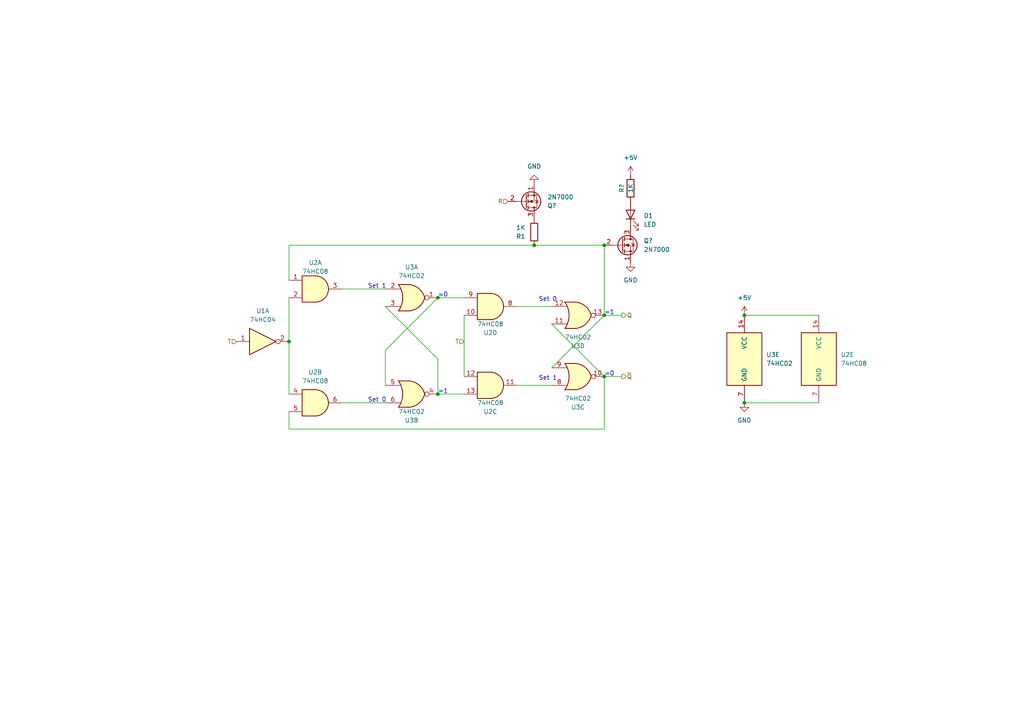
<source format=kicad_sch>
(kicad_sch (version 20230121) (generator eeschema)

  (uuid 66e62d7e-5fdb-439d-b7ca-87a29278153e)

  (paper "A4")

  (lib_symbols
    (symbol "74xx:74HC02" (pin_names (offset 1.016)) (in_bom yes) (on_board yes)
      (property "Reference" "U" (at 0 1.27 0)
        (effects (font (size 1.27 1.27)))
      )
      (property "Value" "74HC02" (at 0 -1.27 0)
        (effects (font (size 1.27 1.27)))
      )
      (property "Footprint" "" (at 0 0 0)
        (effects (font (size 1.27 1.27)) hide)
      )
      (property "Datasheet" "http://www.ti.com/lit/gpn/sn74hc02" (at 0 0 0)
        (effects (font (size 1.27 1.27)) hide)
      )
      (property "ki_locked" "" (at 0 0 0)
        (effects (font (size 1.27 1.27)))
      )
      (property "ki_keywords" "HCMOS Nor2" (at 0 0 0)
        (effects (font (size 1.27 1.27)) hide)
      )
      (property "ki_description" "quad 2-input NOR gate" (at 0 0 0)
        (effects (font (size 1.27 1.27)) hide)
      )
      (property "ki_fp_filters" "SO14* DIP*W7.62mm*" (at 0 0 0)
        (effects (font (size 1.27 1.27)) hide)
      )
      (symbol "74HC02_1_1"
        (arc (start -3.81 -3.81) (mid -2.589 0) (end -3.81 3.81)
          (stroke (width 0.254) (type default))
          (fill (type none))
        )
        (arc (start -0.6096 -3.81) (mid 2.1842 -2.5851) (end 3.81 0)
          (stroke (width 0.254) (type default))
          (fill (type background))
        )
        (polyline
          (pts
            (xy -3.81 -3.81)
            (xy -0.635 -3.81)
          )
          (stroke (width 0.254) (type default))
          (fill (type background))
        )
        (polyline
          (pts
            (xy -3.81 3.81)
            (xy -0.635 3.81)
          )
          (stroke (width 0.254) (type default))
          (fill (type background))
        )
        (polyline
          (pts
            (xy -0.635 3.81)
            (xy -3.81 3.81)
            (xy -3.81 3.81)
            (xy -3.556 3.4036)
            (xy -3.0226 2.2606)
            (xy -2.6924 1.0414)
            (xy -2.6162 -0.254)
            (xy -2.7686 -1.4986)
            (xy -3.175 -2.7178)
            (xy -3.81 -3.81)
            (xy -3.81 -3.81)
            (xy -0.635 -3.81)
          )
          (stroke (width -25.4) (type default))
          (fill (type background))
        )
        (arc (start 3.81 0) (mid 2.1915 2.5936) (end -0.6096 3.81)
          (stroke (width 0.254) (type default))
          (fill (type background))
        )
        (pin output inverted (at 7.62 0 180) (length 3.81)
          (name "~" (effects (font (size 1.27 1.27))))
          (number "1" (effects (font (size 1.27 1.27))))
        )
        (pin input line (at -7.62 2.54 0) (length 4.318)
          (name "~" (effects (font (size 1.27 1.27))))
          (number "2" (effects (font (size 1.27 1.27))))
        )
        (pin input line (at -7.62 -2.54 0) (length 4.318)
          (name "~" (effects (font (size 1.27 1.27))))
          (number "3" (effects (font (size 1.27 1.27))))
        )
      )
      (symbol "74HC02_1_2"
        (arc (start 0 -3.81) (mid 3.7934 0) (end 0 3.81)
          (stroke (width 0.254) (type default))
          (fill (type background))
        )
        (polyline
          (pts
            (xy 0 3.81)
            (xy -3.81 3.81)
            (xy -3.81 -3.81)
            (xy 0 -3.81)
          )
          (stroke (width 0.254) (type default))
          (fill (type background))
        )
        (pin output line (at 7.62 0 180) (length 3.81)
          (name "~" (effects (font (size 1.27 1.27))))
          (number "1" (effects (font (size 1.27 1.27))))
        )
        (pin input inverted (at -7.62 2.54 0) (length 3.81)
          (name "~" (effects (font (size 1.27 1.27))))
          (number "2" (effects (font (size 1.27 1.27))))
        )
        (pin input inverted (at -7.62 -2.54 0) (length 3.81)
          (name "~" (effects (font (size 1.27 1.27))))
          (number "3" (effects (font (size 1.27 1.27))))
        )
      )
      (symbol "74HC02_2_1"
        (arc (start -3.81 -3.81) (mid -2.589 0) (end -3.81 3.81)
          (stroke (width 0.254) (type default))
          (fill (type none))
        )
        (arc (start -0.6096 -3.81) (mid 2.1842 -2.5851) (end 3.81 0)
          (stroke (width 0.254) (type default))
          (fill (type background))
        )
        (polyline
          (pts
            (xy -3.81 -3.81)
            (xy -0.635 -3.81)
          )
          (stroke (width 0.254) (type default))
          (fill (type background))
        )
        (polyline
          (pts
            (xy -3.81 3.81)
            (xy -0.635 3.81)
          )
          (stroke (width 0.254) (type default))
          (fill (type background))
        )
        (polyline
          (pts
            (xy -0.635 3.81)
            (xy -3.81 3.81)
            (xy -3.81 3.81)
            (xy -3.556 3.4036)
            (xy -3.0226 2.2606)
            (xy -2.6924 1.0414)
            (xy -2.6162 -0.254)
            (xy -2.7686 -1.4986)
            (xy -3.175 -2.7178)
            (xy -3.81 -3.81)
            (xy -3.81 -3.81)
            (xy -0.635 -3.81)
          )
          (stroke (width -25.4) (type default))
          (fill (type background))
        )
        (arc (start 3.81 0) (mid 2.1915 2.5936) (end -0.6096 3.81)
          (stroke (width 0.254) (type default))
          (fill (type background))
        )
        (pin output inverted (at 7.62 0 180) (length 3.81)
          (name "~" (effects (font (size 1.27 1.27))))
          (number "4" (effects (font (size 1.27 1.27))))
        )
        (pin input line (at -7.62 2.54 0) (length 4.318)
          (name "~" (effects (font (size 1.27 1.27))))
          (number "5" (effects (font (size 1.27 1.27))))
        )
        (pin input line (at -7.62 -2.54 0) (length 4.318)
          (name "~" (effects (font (size 1.27 1.27))))
          (number "6" (effects (font (size 1.27 1.27))))
        )
      )
      (symbol "74HC02_2_2"
        (arc (start 0 -3.81) (mid 3.7934 0) (end 0 3.81)
          (stroke (width 0.254) (type default))
          (fill (type background))
        )
        (polyline
          (pts
            (xy 0 3.81)
            (xy -3.81 3.81)
            (xy -3.81 -3.81)
            (xy 0 -3.81)
          )
          (stroke (width 0.254) (type default))
          (fill (type background))
        )
        (pin output line (at 7.62 0 180) (length 3.81)
          (name "~" (effects (font (size 1.27 1.27))))
          (number "4" (effects (font (size 1.27 1.27))))
        )
        (pin input inverted (at -7.62 2.54 0) (length 3.81)
          (name "~" (effects (font (size 1.27 1.27))))
          (number "5" (effects (font (size 1.27 1.27))))
        )
        (pin input inverted (at -7.62 -2.54 0) (length 3.81)
          (name "~" (effects (font (size 1.27 1.27))))
          (number "6" (effects (font (size 1.27 1.27))))
        )
      )
      (symbol "74HC02_3_1"
        (arc (start -3.81 -3.81) (mid -2.589 0) (end -3.81 3.81)
          (stroke (width 0.254) (type default))
          (fill (type none))
        )
        (arc (start -0.6096 -3.81) (mid 2.1842 -2.5851) (end 3.81 0)
          (stroke (width 0.254) (type default))
          (fill (type background))
        )
        (polyline
          (pts
            (xy -3.81 -3.81)
            (xy -0.635 -3.81)
          )
          (stroke (width 0.254) (type default))
          (fill (type background))
        )
        (polyline
          (pts
            (xy -3.81 3.81)
            (xy -0.635 3.81)
          )
          (stroke (width 0.254) (type default))
          (fill (type background))
        )
        (polyline
          (pts
            (xy -0.635 3.81)
            (xy -3.81 3.81)
            (xy -3.81 3.81)
            (xy -3.556 3.4036)
            (xy -3.0226 2.2606)
            (xy -2.6924 1.0414)
            (xy -2.6162 -0.254)
            (xy -2.7686 -1.4986)
            (xy -3.175 -2.7178)
            (xy -3.81 -3.81)
            (xy -3.81 -3.81)
            (xy -0.635 -3.81)
          )
          (stroke (width -25.4) (type default))
          (fill (type background))
        )
        (arc (start 3.81 0) (mid 2.1915 2.5936) (end -0.6096 3.81)
          (stroke (width 0.254) (type default))
          (fill (type background))
        )
        (pin output inverted (at 7.62 0 180) (length 3.81)
          (name "~" (effects (font (size 1.27 1.27))))
          (number "10" (effects (font (size 1.27 1.27))))
        )
        (pin input line (at -7.62 2.54 0) (length 4.318)
          (name "~" (effects (font (size 1.27 1.27))))
          (number "8" (effects (font (size 1.27 1.27))))
        )
        (pin input line (at -7.62 -2.54 0) (length 4.318)
          (name "~" (effects (font (size 1.27 1.27))))
          (number "9" (effects (font (size 1.27 1.27))))
        )
      )
      (symbol "74HC02_3_2"
        (arc (start 0 -3.81) (mid 3.7934 0) (end 0 3.81)
          (stroke (width 0.254) (type default))
          (fill (type background))
        )
        (polyline
          (pts
            (xy 0 3.81)
            (xy -3.81 3.81)
            (xy -3.81 -3.81)
            (xy 0 -3.81)
          )
          (stroke (width 0.254) (type default))
          (fill (type background))
        )
        (pin output line (at 7.62 0 180) (length 3.81)
          (name "~" (effects (font (size 1.27 1.27))))
          (number "10" (effects (font (size 1.27 1.27))))
        )
        (pin input inverted (at -7.62 2.54 0) (length 3.81)
          (name "~" (effects (font (size 1.27 1.27))))
          (number "8" (effects (font (size 1.27 1.27))))
        )
        (pin input inverted (at -7.62 -2.54 0) (length 3.81)
          (name "~" (effects (font (size 1.27 1.27))))
          (number "9" (effects (font (size 1.27 1.27))))
        )
      )
      (symbol "74HC02_4_1"
        (arc (start -3.81 -3.81) (mid -2.589 0) (end -3.81 3.81)
          (stroke (width 0.254) (type default))
          (fill (type none))
        )
        (arc (start -0.6096 -3.81) (mid 2.1842 -2.5851) (end 3.81 0)
          (stroke (width 0.254) (type default))
          (fill (type background))
        )
        (polyline
          (pts
            (xy -3.81 -3.81)
            (xy -0.635 -3.81)
          )
          (stroke (width 0.254) (type default))
          (fill (type background))
        )
        (polyline
          (pts
            (xy -3.81 3.81)
            (xy -0.635 3.81)
          )
          (stroke (width 0.254) (type default))
          (fill (type background))
        )
        (polyline
          (pts
            (xy -0.635 3.81)
            (xy -3.81 3.81)
            (xy -3.81 3.81)
            (xy -3.556 3.4036)
            (xy -3.0226 2.2606)
            (xy -2.6924 1.0414)
            (xy -2.6162 -0.254)
            (xy -2.7686 -1.4986)
            (xy -3.175 -2.7178)
            (xy -3.81 -3.81)
            (xy -3.81 -3.81)
            (xy -0.635 -3.81)
          )
          (stroke (width -25.4) (type default))
          (fill (type background))
        )
        (arc (start 3.81 0) (mid 2.1915 2.5936) (end -0.6096 3.81)
          (stroke (width 0.254) (type default))
          (fill (type background))
        )
        (pin input line (at -7.62 2.54 0) (length 4.318)
          (name "~" (effects (font (size 1.27 1.27))))
          (number "11" (effects (font (size 1.27 1.27))))
        )
        (pin input line (at -7.62 -2.54 0) (length 4.318)
          (name "~" (effects (font (size 1.27 1.27))))
          (number "12" (effects (font (size 1.27 1.27))))
        )
        (pin output inverted (at 7.62 0 180) (length 3.81)
          (name "~" (effects (font (size 1.27 1.27))))
          (number "13" (effects (font (size 1.27 1.27))))
        )
      )
      (symbol "74HC02_4_2"
        (arc (start 0 -3.81) (mid 3.7934 0) (end 0 3.81)
          (stroke (width 0.254) (type default))
          (fill (type background))
        )
        (polyline
          (pts
            (xy 0 3.81)
            (xy -3.81 3.81)
            (xy -3.81 -3.81)
            (xy 0 -3.81)
          )
          (stroke (width 0.254) (type default))
          (fill (type background))
        )
        (pin input inverted (at -7.62 2.54 0) (length 3.81)
          (name "~" (effects (font (size 1.27 1.27))))
          (number "11" (effects (font (size 1.27 1.27))))
        )
        (pin input inverted (at -7.62 -2.54 0) (length 3.81)
          (name "~" (effects (font (size 1.27 1.27))))
          (number "12" (effects (font (size 1.27 1.27))))
        )
        (pin output line (at 7.62 0 180) (length 3.81)
          (name "~" (effects (font (size 1.27 1.27))))
          (number "13" (effects (font (size 1.27 1.27))))
        )
      )
      (symbol "74HC02_5_0"
        (pin power_in line (at 0 12.7 270) (length 5.08)
          (name "VCC" (effects (font (size 1.27 1.27))))
          (number "14" (effects (font (size 1.27 1.27))))
        )
        (pin power_in line (at 0 -12.7 90) (length 5.08)
          (name "GND" (effects (font (size 1.27 1.27))))
          (number "7" (effects (font (size 1.27 1.27))))
        )
      )
      (symbol "74HC02_5_1"
        (rectangle (start -5.08 7.62) (end 5.08 -7.62)
          (stroke (width 0.254) (type default))
          (fill (type background))
        )
      )
    )
    (symbol "74xx:74HC04" (in_bom yes) (on_board yes)
      (property "Reference" "U" (at 0 1.27 0)
        (effects (font (size 1.27 1.27)))
      )
      (property "Value" "74HC04" (at 0 -1.27 0)
        (effects (font (size 1.27 1.27)))
      )
      (property "Footprint" "" (at 0 0 0)
        (effects (font (size 1.27 1.27)) hide)
      )
      (property "Datasheet" "https://assets.nexperia.com/documents/data-sheet/74HC_HCT04.pdf" (at 0 0 0)
        (effects (font (size 1.27 1.27)) hide)
      )
      (property "ki_locked" "" (at 0 0 0)
        (effects (font (size 1.27 1.27)))
      )
      (property "ki_keywords" "HCMOS not inv" (at 0 0 0)
        (effects (font (size 1.27 1.27)) hide)
      )
      (property "ki_description" "Hex Inverter" (at 0 0 0)
        (effects (font (size 1.27 1.27)) hide)
      )
      (property "ki_fp_filters" "DIP*W7.62mm* SSOP?14* TSSOP?14*" (at 0 0 0)
        (effects (font (size 1.27 1.27)) hide)
      )
      (symbol "74HC04_1_0"
        (polyline
          (pts
            (xy -3.81 3.81)
            (xy -3.81 -3.81)
            (xy 3.81 0)
            (xy -3.81 3.81)
          )
          (stroke (width 0.254) (type default))
          (fill (type background))
        )
        (pin input line (at -7.62 0 0) (length 3.81)
          (name "~" (effects (font (size 1.27 1.27))))
          (number "1" (effects (font (size 1.27 1.27))))
        )
        (pin output inverted (at 7.62 0 180) (length 3.81)
          (name "~" (effects (font (size 1.27 1.27))))
          (number "2" (effects (font (size 1.27 1.27))))
        )
      )
      (symbol "74HC04_2_0"
        (polyline
          (pts
            (xy -3.81 3.81)
            (xy -3.81 -3.81)
            (xy 3.81 0)
            (xy -3.81 3.81)
          )
          (stroke (width 0.254) (type default))
          (fill (type background))
        )
        (pin input line (at -7.62 0 0) (length 3.81)
          (name "~" (effects (font (size 1.27 1.27))))
          (number "3" (effects (font (size 1.27 1.27))))
        )
        (pin output inverted (at 7.62 0 180) (length 3.81)
          (name "~" (effects (font (size 1.27 1.27))))
          (number "4" (effects (font (size 1.27 1.27))))
        )
      )
      (symbol "74HC04_3_0"
        (polyline
          (pts
            (xy -3.81 3.81)
            (xy -3.81 -3.81)
            (xy 3.81 0)
            (xy -3.81 3.81)
          )
          (stroke (width 0.254) (type default))
          (fill (type background))
        )
        (pin input line (at -7.62 0 0) (length 3.81)
          (name "~" (effects (font (size 1.27 1.27))))
          (number "5" (effects (font (size 1.27 1.27))))
        )
        (pin output inverted (at 7.62 0 180) (length 3.81)
          (name "~" (effects (font (size 1.27 1.27))))
          (number "6" (effects (font (size 1.27 1.27))))
        )
      )
      (symbol "74HC04_4_0"
        (polyline
          (pts
            (xy -3.81 3.81)
            (xy -3.81 -3.81)
            (xy 3.81 0)
            (xy -3.81 3.81)
          )
          (stroke (width 0.254) (type default))
          (fill (type background))
        )
        (pin output inverted (at 7.62 0 180) (length 3.81)
          (name "~" (effects (font (size 1.27 1.27))))
          (number "8" (effects (font (size 1.27 1.27))))
        )
        (pin input line (at -7.62 0 0) (length 3.81)
          (name "~" (effects (font (size 1.27 1.27))))
          (number "9" (effects (font (size 1.27 1.27))))
        )
      )
      (symbol "74HC04_5_0"
        (polyline
          (pts
            (xy -3.81 3.81)
            (xy -3.81 -3.81)
            (xy 3.81 0)
            (xy -3.81 3.81)
          )
          (stroke (width 0.254) (type default))
          (fill (type background))
        )
        (pin output inverted (at 7.62 0 180) (length 3.81)
          (name "~" (effects (font (size 1.27 1.27))))
          (number "10" (effects (font (size 1.27 1.27))))
        )
        (pin input line (at -7.62 0 0) (length 3.81)
          (name "~" (effects (font (size 1.27 1.27))))
          (number "11" (effects (font (size 1.27 1.27))))
        )
      )
      (symbol "74HC04_6_0"
        (polyline
          (pts
            (xy -3.81 3.81)
            (xy -3.81 -3.81)
            (xy 3.81 0)
            (xy -3.81 3.81)
          )
          (stroke (width 0.254) (type default))
          (fill (type background))
        )
        (pin output inverted (at 7.62 0 180) (length 3.81)
          (name "~" (effects (font (size 1.27 1.27))))
          (number "12" (effects (font (size 1.27 1.27))))
        )
        (pin input line (at -7.62 0 0) (length 3.81)
          (name "~" (effects (font (size 1.27 1.27))))
          (number "13" (effects (font (size 1.27 1.27))))
        )
      )
      (symbol "74HC04_7_0"
        (pin power_in line (at 0 12.7 270) (length 5.08)
          (name "VCC" (effects (font (size 1.27 1.27))))
          (number "14" (effects (font (size 1.27 1.27))))
        )
        (pin power_in line (at 0 -12.7 90) (length 5.08)
          (name "GND" (effects (font (size 1.27 1.27))))
          (number "7" (effects (font (size 1.27 1.27))))
        )
      )
      (symbol "74HC04_7_1"
        (rectangle (start -5.08 7.62) (end 5.08 -7.62)
          (stroke (width 0.254) (type default))
          (fill (type background))
        )
      )
    )
    (symbol "Device:LED" (pin_numbers hide) (pin_names (offset 1.016) hide) (in_bom yes) (on_board yes)
      (property "Reference" "D" (at 0 2.54 0)
        (effects (font (size 1.27 1.27)))
      )
      (property "Value" "LED" (at 0 -2.54 0)
        (effects (font (size 1.27 1.27)))
      )
      (property "Footprint" "" (at 0 0 0)
        (effects (font (size 1.27 1.27)) hide)
      )
      (property "Datasheet" "~" (at 0 0 0)
        (effects (font (size 1.27 1.27)) hide)
      )
      (property "ki_keywords" "LED diode" (at 0 0 0)
        (effects (font (size 1.27 1.27)) hide)
      )
      (property "ki_description" "Light emitting diode" (at 0 0 0)
        (effects (font (size 1.27 1.27)) hide)
      )
      (property "ki_fp_filters" "LED* LED_SMD:* LED_THT:*" (at 0 0 0)
        (effects (font (size 1.27 1.27)) hide)
      )
      (symbol "LED_0_1"
        (polyline
          (pts
            (xy -1.27 -1.27)
            (xy -1.27 1.27)
          )
          (stroke (width 0.254) (type default))
          (fill (type none))
        )
        (polyline
          (pts
            (xy -1.27 0)
            (xy 1.27 0)
          )
          (stroke (width 0) (type default))
          (fill (type none))
        )
        (polyline
          (pts
            (xy 1.27 -1.27)
            (xy 1.27 1.27)
            (xy -1.27 0)
            (xy 1.27 -1.27)
          )
          (stroke (width 0.254) (type default))
          (fill (type none))
        )
        (polyline
          (pts
            (xy -3.048 -0.762)
            (xy -4.572 -2.286)
            (xy -3.81 -2.286)
            (xy -4.572 -2.286)
            (xy -4.572 -1.524)
          )
          (stroke (width 0) (type default))
          (fill (type none))
        )
        (polyline
          (pts
            (xy -1.778 -0.762)
            (xy -3.302 -2.286)
            (xy -2.54 -2.286)
            (xy -3.302 -2.286)
            (xy -3.302 -1.524)
          )
          (stroke (width 0) (type default))
          (fill (type none))
        )
      )
      (symbol "LED_1_1"
        (pin passive line (at -3.81 0 0) (length 2.54)
          (name "K" (effects (font (size 1.27 1.27))))
          (number "1" (effects (font (size 1.27 1.27))))
        )
        (pin passive line (at 3.81 0 180) (length 2.54)
          (name "A" (effects (font (size 1.27 1.27))))
          (number "2" (effects (font (size 1.27 1.27))))
        )
      )
    )
    (symbol "Device:R" (pin_numbers hide) (pin_names (offset 0)) (in_bom yes) (on_board yes)
      (property "Reference" "R" (at 2.032 0 90)
        (effects (font (size 1.27 1.27)))
      )
      (property "Value" "R" (at 0 0 90)
        (effects (font (size 1.27 1.27)))
      )
      (property "Footprint" "" (at -1.778 0 90)
        (effects (font (size 1.27 1.27)) hide)
      )
      (property "Datasheet" "~" (at 0 0 0)
        (effects (font (size 1.27 1.27)) hide)
      )
      (property "ki_keywords" "R res resistor" (at 0 0 0)
        (effects (font (size 1.27 1.27)) hide)
      )
      (property "ki_description" "Resistor" (at 0 0 0)
        (effects (font (size 1.27 1.27)) hide)
      )
      (property "ki_fp_filters" "R_*" (at 0 0 0)
        (effects (font (size 1.27 1.27)) hide)
      )
      (symbol "R_0_1"
        (rectangle (start -1.016 -2.54) (end 1.016 2.54)
          (stroke (width 0.254) (type default))
          (fill (type none))
        )
      )
      (symbol "R_1_1"
        (pin passive line (at 0 3.81 270) (length 1.27)
          (name "~" (effects (font (size 1.27 1.27))))
          (number "1" (effects (font (size 1.27 1.27))))
        )
        (pin passive line (at 0 -3.81 90) (length 1.27)
          (name "~" (effects (font (size 1.27 1.27))))
          (number "2" (effects (font (size 1.27 1.27))))
        )
      )
    )
    (symbol "Personal_Library:74HC08" (pin_names (offset 1.016)) (in_bom yes) (on_board yes)
      (property "Reference" "U" (at 0 1.27 0)
        (effects (font (size 1.27 1.27)))
      )
      (property "Value" "74HC08" (at 0 -1.27 0)
        (effects (font (size 1.27 1.27)))
      )
      (property "Footprint" "Package_DIP:DIP-14_W7.62mm_Socket" (at 0 -5.08 0)
        (effects (font (size 1.27 1.27)) hide)
      )
      (property "Datasheet" "https://www.ti.com/lit/ds/symlink/sn74hc08.pdf?ts=1696854162712" (at 0 -6.35 0)
        (effects (font (size 1.27 1.27)) hide)
      )
      (property "ki_locked" "" (at 0 0 0)
        (effects (font (size 1.27 1.27)))
      )
      (symbol "74HC08_1_1"
        (arc (start 0 -3.81) (mid 3.7934 0) (end 0 3.81)
          (stroke (width 0.254) (type default))
          (fill (type background))
        )
        (polyline
          (pts
            (xy 0 3.81)
            (xy -3.81 3.81)
            (xy -3.81 -3.81)
            (xy 0 -3.81)
          )
          (stroke (width 0.254) (type default))
          (fill (type background))
        )
        (pin input line (at -7.62 2.54 0) (length 3.81)
          (name "~" (effects (font (size 1.27 1.27))))
          (number "1" (effects (font (size 1.27 1.27))))
        )
        (pin input line (at -7.62 -2.54 0) (length 3.81)
          (name "~" (effects (font (size 1.27 1.27))))
          (number "2" (effects (font (size 1.27 1.27))))
        )
        (pin output line (at 7.62 0 180) (length 3.81)
          (name "~" (effects (font (size 1.27 1.27))))
          (number "3" (effects (font (size 1.27 1.27))))
        )
      )
      (symbol "74HC08_2_1"
        (arc (start 0 -3.81) (mid 3.7934 0) (end 0 3.81)
          (stroke (width 0.254) (type default))
          (fill (type background))
        )
        (polyline
          (pts
            (xy 0 3.81)
            (xy -3.81 3.81)
            (xy -3.81 -3.81)
            (xy 0 -3.81)
          )
          (stroke (width 0.254) (type default))
          (fill (type background))
        )
        (pin input line (at -7.62 2.54 0) (length 3.81)
          (name "~" (effects (font (size 1.27 1.27))))
          (number "4" (effects (font (size 1.27 1.27))))
        )
        (pin input line (at -7.62 -2.54 0) (length 3.81)
          (name "~" (effects (font (size 1.27 1.27))))
          (number "5" (effects (font (size 1.27 1.27))))
        )
        (pin output line (at 7.62 0 180) (length 3.81)
          (name "~" (effects (font (size 1.27 1.27))))
          (number "6" (effects (font (size 1.27 1.27))))
        )
      )
      (symbol "74HC08_3_1"
        (arc (start 0 -3.81) (mid 3.7934 0) (end 0 3.81)
          (stroke (width 0.254) (type default))
          (fill (type background))
        )
        (polyline
          (pts
            (xy 0 3.81)
            (xy -3.81 3.81)
            (xy -3.81 -3.81)
            (xy 0 -3.81)
          )
          (stroke (width 0.254) (type default))
          (fill (type background))
        )
        (pin output line (at 7.62 0 180) (length 3.81)
          (name "~" (effects (font (size 1.27 1.27))))
          (number "11" (effects (font (size 1.27 1.27))))
        )
        (pin input line (at -7.62 2.54 0) (length 3.81)
          (name "~" (effects (font (size 1.27 1.27))))
          (number "12" (effects (font (size 1.27 1.27))))
        )
        (pin input line (at -7.62 -2.54 0) (length 3.81)
          (name "~" (effects (font (size 1.27 1.27))))
          (number "13" (effects (font (size 1.27 1.27))))
        )
      )
      (symbol "74HC08_4_1"
        (arc (start 0 -3.81) (mid 3.7934 0) (end 0 3.81)
          (stroke (width 0.254) (type default))
          (fill (type background))
        )
        (polyline
          (pts
            (xy 0 3.81)
            (xy -3.81 3.81)
            (xy -3.81 -3.81)
            (xy 0 -3.81)
          )
          (stroke (width 0.254) (type default))
          (fill (type background))
        )
        (pin input line (at -7.62 -2.54 0) (length 3.81)
          (name "~" (effects (font (size 1.27 1.27))))
          (number "10" (effects (font (size 1.27 1.27))))
        )
        (pin output line (at 7.62 0 180) (length 3.81)
          (name "~" (effects (font (size 1.27 1.27))))
          (number "8" (effects (font (size 1.27 1.27))))
        )
        (pin input line (at -7.62 2.54 0) (length 3.81)
          (name "~" (effects (font (size 1.27 1.27))))
          (number "9" (effects (font (size 1.27 1.27))))
        )
      )
      (symbol "74HC08_5_0"
        (pin power_in line (at 0 12.7 270) (length 5.08)
          (name "VCC" (effects (font (size 1.27 1.27))))
          (number "14" (effects (font (size 1.27 1.27))))
        )
        (pin power_in line (at 0 -12.7 90) (length 5.08)
          (name "GND" (effects (font (size 1.27 1.27))))
          (number "7" (effects (font (size 1.27 1.27))))
        )
      )
      (symbol "74HC08_5_1"
        (rectangle (start -5.08 7.62) (end 5.08 -7.62)
          (stroke (width 0.254) (type default))
          (fill (type background))
        )
      )
    )
    (symbol "Transistor_FET:2N7000" (pin_names hide) (in_bom yes) (on_board yes)
      (property "Reference" "Q" (at 5.08 1.905 0)
        (effects (font (size 1.27 1.27)) (justify left))
      )
      (property "Value" "2N7000" (at 5.08 0 0)
        (effects (font (size 1.27 1.27)) (justify left))
      )
      (property "Footprint" "Package_TO_SOT_THT:TO-92_Inline" (at 5.08 -1.905 0)
        (effects (font (size 1.27 1.27) italic) (justify left) hide)
      )
      (property "Datasheet" "https://www.vishay.com/docs/70226/70226.pdf" (at 0 0 0)
        (effects (font (size 1.27 1.27)) (justify left) hide)
      )
      (property "ki_keywords" "N-Channel MOSFET Logic-Level" (at 0 0 0)
        (effects (font (size 1.27 1.27)) hide)
      )
      (property "ki_description" "0.2A Id, 200V Vds, N-Channel MOSFET, 2.6V Logic Level, TO-92" (at 0 0 0)
        (effects (font (size 1.27 1.27)) hide)
      )
      (property "ki_fp_filters" "TO?92*" (at 0 0 0)
        (effects (font (size 1.27 1.27)) hide)
      )
      (symbol "2N7000_0_1"
        (polyline
          (pts
            (xy 0.254 0)
            (xy -2.54 0)
          )
          (stroke (width 0) (type default))
          (fill (type none))
        )
        (polyline
          (pts
            (xy 0.254 1.905)
            (xy 0.254 -1.905)
          )
          (stroke (width 0.254) (type default))
          (fill (type none))
        )
        (polyline
          (pts
            (xy 0.762 -1.27)
            (xy 0.762 -2.286)
          )
          (stroke (width 0.254) (type default))
          (fill (type none))
        )
        (polyline
          (pts
            (xy 0.762 0.508)
            (xy 0.762 -0.508)
          )
          (stroke (width 0.254) (type default))
          (fill (type none))
        )
        (polyline
          (pts
            (xy 0.762 2.286)
            (xy 0.762 1.27)
          )
          (stroke (width 0.254) (type default))
          (fill (type none))
        )
        (polyline
          (pts
            (xy 2.54 2.54)
            (xy 2.54 1.778)
          )
          (stroke (width 0) (type default))
          (fill (type none))
        )
        (polyline
          (pts
            (xy 2.54 -2.54)
            (xy 2.54 0)
            (xy 0.762 0)
          )
          (stroke (width 0) (type default))
          (fill (type none))
        )
        (polyline
          (pts
            (xy 0.762 -1.778)
            (xy 3.302 -1.778)
            (xy 3.302 1.778)
            (xy 0.762 1.778)
          )
          (stroke (width 0) (type default))
          (fill (type none))
        )
        (polyline
          (pts
            (xy 1.016 0)
            (xy 2.032 0.381)
            (xy 2.032 -0.381)
            (xy 1.016 0)
          )
          (stroke (width 0) (type default))
          (fill (type outline))
        )
        (polyline
          (pts
            (xy 2.794 0.508)
            (xy 2.921 0.381)
            (xy 3.683 0.381)
            (xy 3.81 0.254)
          )
          (stroke (width 0) (type default))
          (fill (type none))
        )
        (polyline
          (pts
            (xy 3.302 0.381)
            (xy 2.921 -0.254)
            (xy 3.683 -0.254)
            (xy 3.302 0.381)
          )
          (stroke (width 0) (type default))
          (fill (type none))
        )
        (circle (center 1.651 0) (radius 2.794)
          (stroke (width 0.254) (type default))
          (fill (type none))
        )
        (circle (center 2.54 -1.778) (radius 0.254)
          (stroke (width 0) (type default))
          (fill (type outline))
        )
        (circle (center 2.54 1.778) (radius 0.254)
          (stroke (width 0) (type default))
          (fill (type outline))
        )
      )
      (symbol "2N7000_1_1"
        (pin passive line (at 2.54 -5.08 90) (length 2.54)
          (name "S" (effects (font (size 1.27 1.27))))
          (number "1" (effects (font (size 1.27 1.27))))
        )
        (pin input line (at -5.08 0 0) (length 2.54)
          (name "G" (effects (font (size 1.27 1.27))))
          (number "2" (effects (font (size 1.27 1.27))))
        )
        (pin passive line (at 2.54 5.08 270) (length 2.54)
          (name "D" (effects (font (size 1.27 1.27))))
          (number "3" (effects (font (size 1.27 1.27))))
        )
      )
    )
    (symbol "power:+5V" (power) (pin_names (offset 0)) (in_bom yes) (on_board yes)
      (property "Reference" "#PWR" (at 0 -3.81 0)
        (effects (font (size 1.27 1.27)) hide)
      )
      (property "Value" "+5V" (at 0 3.556 0)
        (effects (font (size 1.27 1.27)))
      )
      (property "Footprint" "" (at 0 0 0)
        (effects (font (size 1.27 1.27)) hide)
      )
      (property "Datasheet" "" (at 0 0 0)
        (effects (font (size 1.27 1.27)) hide)
      )
      (property "ki_keywords" "global power" (at 0 0 0)
        (effects (font (size 1.27 1.27)) hide)
      )
      (property "ki_description" "Power symbol creates a global label with name \"+5V\"" (at 0 0 0)
        (effects (font (size 1.27 1.27)) hide)
      )
      (symbol "+5V_0_1"
        (polyline
          (pts
            (xy -0.762 1.27)
            (xy 0 2.54)
          )
          (stroke (width 0) (type default))
          (fill (type none))
        )
        (polyline
          (pts
            (xy 0 0)
            (xy 0 2.54)
          )
          (stroke (width 0) (type default))
          (fill (type none))
        )
        (polyline
          (pts
            (xy 0 2.54)
            (xy 0.762 1.27)
          )
          (stroke (width 0) (type default))
          (fill (type none))
        )
      )
      (symbol "+5V_1_1"
        (pin power_in line (at 0 0 90) (length 0) hide
          (name "+5V" (effects (font (size 1.27 1.27))))
          (number "1" (effects (font (size 1.27 1.27))))
        )
      )
    )
    (symbol "power:GND" (power) (pin_names (offset 0)) (in_bom yes) (on_board yes)
      (property "Reference" "#PWR" (at 0 -6.35 0)
        (effects (font (size 1.27 1.27)) hide)
      )
      (property "Value" "GND" (at 0 -3.81 0)
        (effects (font (size 1.27 1.27)))
      )
      (property "Footprint" "" (at 0 0 0)
        (effects (font (size 1.27 1.27)) hide)
      )
      (property "Datasheet" "" (at 0 0 0)
        (effects (font (size 1.27 1.27)) hide)
      )
      (property "ki_keywords" "global power" (at 0 0 0)
        (effects (font (size 1.27 1.27)) hide)
      )
      (property "ki_description" "Power symbol creates a global label with name \"GND\" , ground" (at 0 0 0)
        (effects (font (size 1.27 1.27)) hide)
      )
      (symbol "GND_0_1"
        (polyline
          (pts
            (xy 0 0)
            (xy 0 -1.27)
            (xy 1.27 -1.27)
            (xy 0 -2.54)
            (xy -1.27 -1.27)
            (xy 0 -1.27)
          )
          (stroke (width 0) (type default))
          (fill (type none))
        )
      )
      (symbol "GND_1_1"
        (pin power_in line (at 0 0 270) (length 0) hide
          (name "GND" (effects (font (size 1.27 1.27))))
          (number "1" (effects (font (size 1.27 1.27))))
        )
      )
    )
  )

  (junction (at 175.26 71.12) (diameter 0) (color 0 0 0 0)
    (uuid 3eee4e72-83f0-46e0-88a0-3ccb421470c8)
  )
  (junction (at 175.26 91.44) (diameter 0) (color 0 0 0 0)
    (uuid 4e5b342c-201c-4b18-9904-1f973a94f654)
  )
  (junction (at 127 86.36) (diameter 0) (color 0 0 0 0)
    (uuid 5cf225a0-0a4e-4a80-a7ef-48b7b5fc3d5e)
  )
  (junction (at 215.9 116.84) (diameter 0) (color 0 0 0 0)
    (uuid 5de42ab4-2fda-433a-86c6-0ee300abd495)
  )
  (junction (at 175.26 109.22) (diameter 0) (color 0 0 0 0)
    (uuid 7a28db33-86a8-48fb-90d0-9204a1c47e8f)
  )
  (junction (at 83.82 99.06) (diameter 0) (color 0 0 0 0)
    (uuid 9af081c9-9cd5-48d2-aea5-28cd7a354e68)
  )
  (junction (at 215.9 91.44) (diameter 0) (color 0 0 0 0)
    (uuid 9cc8624e-60f9-4fe9-a468-3787c44cbeb3)
  )
  (junction (at 154.94 71.12) (diameter 0) (color 0 0 0 0)
    (uuid b12234d8-09c9-4393-8283-6a6fc08d03b3)
  )
  (junction (at 127 114.3) (diameter 0) (color 0 0 0 0)
    (uuid ddba8046-f363-4a20-b0bd-0b6bf5dbce5f)
  )

  (wire (pts (xy 215.9 91.44) (xy 237.49 91.44))
    (stroke (width 0) (type default))
    (uuid 00bec8ea-7e50-494e-a14f-12e8957c0020)
  )
  (wire (pts (xy 175.26 91.44) (xy 160.02 106.68))
    (stroke (width 0) (type default))
    (uuid 00f9b227-9cf8-4ad6-91e6-82c6497b2082)
  )
  (wire (pts (xy 99.06 116.84) (xy 111.76 116.84))
    (stroke (width 0) (type default))
    (uuid 05ff9689-bedf-48fc-98f8-07c3b41722ec)
  )
  (wire (pts (xy 83.82 71.12) (xy 154.94 71.12))
    (stroke (width 0) (type default))
    (uuid 0a523681-4760-4780-86fc-355f397344cf)
  )
  (wire (pts (xy 134.62 91.44) (xy 134.62 109.22))
    (stroke (width 0) (type default))
    (uuid 0df3a41f-aeca-4b81-814c-56c5b386c3d9)
  )
  (wire (pts (xy 215.9 116.84) (xy 237.49 116.84))
    (stroke (width 0) (type default))
    (uuid 112a9025-75d2-4792-84c2-6e8599edf8a4)
  )
  (wire (pts (xy 127 104.14) (xy 127 114.3))
    (stroke (width 0) (type default))
    (uuid 1c940e27-9bf0-4b15-8e8d-c55c25ce95cf)
  )
  (wire (pts (xy 160.02 93.98) (xy 175.26 109.22))
    (stroke (width 0) (type default))
    (uuid 33c437ec-ce6d-41b6-bb90-4c281cd8d4ba)
  )
  (wire (pts (xy 175.26 91.44) (xy 180.34 91.44))
    (stroke (width 0) (type default))
    (uuid 4cf84c6b-ff5b-402b-9e2c-11be4615d4fe)
  )
  (wire (pts (xy 127 114.3) (xy 134.62 114.3))
    (stroke (width 0) (type default))
    (uuid 4d0f2c6e-0749-4f7e-a08b-be0e9f08ed1b)
  )
  (wire (pts (xy 111.76 88.9) (xy 127 104.14))
    (stroke (width 0) (type default))
    (uuid 4d9f1fb4-07d3-42a1-a8ff-972145317147)
  )
  (wire (pts (xy 83.82 99.06) (xy 83.82 114.3))
    (stroke (width 0) (type default))
    (uuid 5a9f5ae4-6a0e-41e0-8a40-ca8223292180)
  )
  (wire (pts (xy 83.82 119.38) (xy 83.82 124.46))
    (stroke (width 0) (type default))
    (uuid 6075f1ed-3868-46c2-b420-ca32b11d83a5)
  )
  (wire (pts (xy 99.06 83.82) (xy 111.76 83.82))
    (stroke (width 0) (type default))
    (uuid 885b1257-9626-4bc2-bbbd-d32ebfdf213d)
  )
  (wire (pts (xy 127 86.36) (xy 134.62 86.36))
    (stroke (width 0) (type default))
    (uuid 8fd83290-3bc2-4829-8821-f6b1bb28b68d)
  )
  (wire (pts (xy 149.86 88.9) (xy 160.02 88.9))
    (stroke (width 0) (type default))
    (uuid 92e525be-21f8-4601-b07c-6e9c556540cb)
  )
  (wire (pts (xy 175.26 109.22) (xy 175.26 124.46))
    (stroke (width 0) (type default))
    (uuid 9a44677d-6f22-4a8d-a428-b3f26cd561fc)
  )
  (wire (pts (xy 127 86.36) (xy 111.76 101.6))
    (stroke (width 0) (type default))
    (uuid a168e88a-aa4b-4e64-ad96-bccf0bdd1ce7)
  )
  (wire (pts (xy 175.26 71.12) (xy 175.26 91.44))
    (stroke (width 0) (type default))
    (uuid a396d7e3-9fab-4c90-ae52-372b04736f59)
  )
  (wire (pts (xy 111.76 101.6) (xy 111.76 111.76))
    (stroke (width 0) (type default))
    (uuid ad6e8fc5-b5b4-4ee0-a2b4-4761d64e59db)
  )
  (wire (pts (xy 175.26 109.22) (xy 180.34 109.22))
    (stroke (width 0) (type default))
    (uuid b9c72b48-f83d-4e40-a1fa-f397898f04a1)
  )
  (wire (pts (xy 83.82 81.28) (xy 83.82 71.12))
    (stroke (width 0) (type default))
    (uuid dbd58a80-f615-4e76-ae33-14ae23d21a72)
  )
  (wire (pts (xy 149.86 111.76) (xy 160.02 111.76))
    (stroke (width 0) (type default))
    (uuid e7fe45b2-d924-4672-b439-c30a07f20bb2)
  )
  (wire (pts (xy 83.82 124.46) (xy 175.26 124.46))
    (stroke (width 0) (type default))
    (uuid f9240c81-68f2-4e6d-ac98-76b4ef64cdd5)
  )
  (wire (pts (xy 154.94 71.12) (xy 175.26 71.12))
    (stroke (width 0) (type default))
    (uuid fa17b8f3-b0c3-4867-a7c2-3d0a9adab3ba)
  )
  (wire (pts (xy 83.82 86.36) (xy 83.82 99.06))
    (stroke (width 0) (type default))
    (uuid fc7efc79-2a2b-4074-af3c-8967da73ca97)
  )

  (text "Set 0" (at 106.68 116.84 0)
    (effects (font (size 1.27 1.27)) (justify left bottom))
    (uuid 32a5cd39-1d8e-4e6b-a560-f35eae884783)
  )
  (text "=1\n" (at 175.26 91.44 0)
    (effects (font (size 1.27 1.27)) (justify left bottom))
    (uuid 43e62821-a3ec-4905-89da-222e8bcbe5db)
  )
  (text "=0\n" (at 175.26 109.22 0)
    (effects (font (size 1.27 1.27)) (justify left bottom))
    (uuid 985bdb64-51d3-44f5-9438-e23fac36a636)
  )
  (text "Set 0" (at 156.21 87.63 0)
    (effects (font (size 1.27 1.27)) (justify left bottom))
    (uuid 9a7b3c41-fd3b-4ad1-a65a-f3623c85e5cc)
  )
  (text "=1" (at 127 114.3 0)
    (effects (font (size 1.27 1.27)) (justify left bottom))
    (uuid 9f8d4f53-36c0-4cb3-90a3-4e0a1143c5f9)
  )
  (text "Set 1" (at 106.68 83.82 0)
    (effects (font (size 1.27 1.27)) (justify left bottom))
    (uuid c348c81a-e365-46b3-9271-35cb646028ce)
  )
  (text "Set 1" (at 156.21 110.49 0)
    (effects (font (size 1.27 1.27)) (justify left bottom))
    (uuid ecff6521-af37-4ef4-a781-57780b4797f5)
  )
  (text "=0\n" (at 127 86.36 0)
    (effects (font (size 1.27 1.27)) (justify left bottom))
    (uuid fba8f88d-b04b-4b0e-9004-666887060b44)
  )

  (hierarchical_label "Q" (shape output) (at 180.34 91.44 0) (fields_autoplaced)
    (effects (font (size 1.27 1.27)) (justify left))
    (uuid 2e1cefe7-17e4-469c-8dca-8faecb42c0b1)
  )
  (hierarchical_label "T" (shape input) (at 134.62 99.06 180) (fields_autoplaced)
    (effects (font (size 1.27 1.27)) (justify right))
    (uuid 30e4af8b-c1f0-406b-82c1-69f493e572ba)
  )
  (hierarchical_label "R" (shape input) (at 147.32 58.42 180) (fields_autoplaced)
    (effects (font (size 1.27 1.27)) (justify right))
    (uuid 39e72833-05f3-4d58-a6e0-bf9a32538b54)
  )
  (hierarchical_label "~{Q}" (shape output) (at 180.34 109.22 0) (fields_autoplaced)
    (effects (font (size 1.27 1.27)) (justify left))
    (uuid b324a52b-9564-402f-aedb-debd1f5aa8d5)
  )
  (hierarchical_label "T" (shape input) (at 68.58 99.06 180) (fields_autoplaced)
    (effects (font (size 1.27 1.27)) (justify right))
    (uuid b5c5911b-0970-44cf-b496-1b1410ad7034)
  )

  (symbol (lib_id "Transistor_FET:2N7000") (at 152.4 58.42 0) (mirror x) (unit 1)
    (in_bom yes) (on_board yes) (dnp no) (fields_autoplaced)
    (uuid 101d5fca-7bd0-469f-bbde-4b7c393c5d0f)
    (property "Reference" "Q?" (at 158.75 59.69 0)
      (effects (font (size 1.27 1.27)) (justify left))
    )
    (property "Value" "2N7000" (at 158.75 57.15 0)
      (effects (font (size 1.27 1.27)) (justify left))
    )
    (property "Footprint" "Package_TO_SOT_THT:TO-92_Inline" (at 157.48 56.515 0)
      (effects (font (size 1.27 1.27) italic) (justify left) hide)
    )
    (property "Datasheet" "https://www.vishay.com/docs/70226/70226.pdf" (at 152.4 58.42 0)
      (effects (font (size 1.27 1.27)) (justify left) hide)
    )
    (pin "1" (uuid f13ccad1-62c3-4204-a3f3-737f68107804))
    (pin "2" (uuid 26bfa1e1-ea4a-4499-9e41-3776f53a5ca4))
    (pin "3" (uuid 695bd1dc-7e8a-4e4a-b862-1691118fe1bf))
    (instances
      (project "ALU"
        (path "/c7042fcd-0b8a-40b2-acdb-0a382389991a/dfaed007-8bba-415c-b5ec-1195b9fbd2de"
          (reference "Q?") (unit 1)
        )
        (path "/c7042fcd-0b8a-40b2-acdb-0a382389991a/dfaed007-8bba-415c-b5ec-1195b9fbd2de/da9f69d6-729d-449e-923a-2787d7935378"
          (reference "Q1") (unit 1)
        )
        (path "/c7042fcd-0b8a-40b2-acdb-0a382389991a/dfaed007-8bba-415c-b5ec-1195b9fbd2de/b5bd5663-6005-480d-9a04-be4d9b1be6a7"
          (reference "Q3") (unit 1)
        )
        (path "/c7042fcd-0b8a-40b2-acdb-0a382389991a/dfaed007-8bba-415c-b5ec-1195b9fbd2de/224ae7a5-e376-40a4-a8ca-655174eae89a"
          (reference "Q5") (unit 1)
        )
        (path "/c7042fcd-0b8a-40b2-acdb-0a382389991a/dfaed007-8bba-415c-b5ec-1195b9fbd2de/e8bdf478-b265-4120-acaf-b99e1ff6bcf7"
          (reference "Q7") (unit 1)
        )
        (path "/c7042fcd-0b8a-40b2-acdb-0a382389991a/dfaed007-8bba-415c-b5ec-1195b9fbd2de/fa83fd7f-a07d-45f0-ae7f-70ca019c6a3d"
          (reference "Q9") (unit 1)
        )
        (path "/c7042fcd-0b8a-40b2-acdb-0a382389991a/dfaed007-8bba-415c-b5ec-1195b9fbd2de/e454eb4e-2c55-42c6-bc96-1d311c5f6d3b"
          (reference "Q11") (unit 1)
        )
        (path "/c7042fcd-0b8a-40b2-acdb-0a382389991a/dfaed007-8bba-415c-b5ec-1195b9fbd2de/deb66a32-ba92-47de-9910-99722bf7ee88"
          (reference "Q13") (unit 1)
        )
        (path "/c7042fcd-0b8a-40b2-acdb-0a382389991a/dfaed007-8bba-415c-b5ec-1195b9fbd2de/83b21171-f3d9-4182-aafc-fbf4fffdbf85"
          (reference "Q15") (unit 1)
        )
      )
    )
  )

  (symbol (lib_id "74xx:74HC02") (at 215.9 104.14 0) (unit 5)
    (in_bom yes) (on_board yes) (dnp no) (fields_autoplaced)
    (uuid 10cef10f-57b0-49f3-8b51-dcbacb471424)
    (property "Reference" "U3" (at 222.25 102.87 0)
      (effects (font (size 1.27 1.27)) (justify left))
    )
    (property "Value" "74HC02" (at 222.25 105.41 0)
      (effects (font (size 1.27 1.27)) (justify left))
    )
    (property "Footprint" "Package_DIP:DIP-14_W7.62mm_Socket" (at 215.9 104.14 0)
      (effects (font (size 1.27 1.27)) hide)
    )
    (property "Datasheet" "http://www.ti.com/lit/gpn/sn74hc02" (at 215.9 104.14 0)
      (effects (font (size 1.27 1.27)) hide)
    )
    (pin "1" (uuid 14953d40-1094-48a0-824d-beb0c0677c5c))
    (pin "2" (uuid c131a9b7-cbd0-48be-b71c-de60b1a2edc5))
    (pin "3" (uuid 2cd773d3-0dc7-49cd-9cd2-c6d351cd4b5c))
    (pin "4" (uuid 27f1b956-1c0f-476e-ab2f-61abd9134384))
    (pin "5" (uuid 65f85c97-e67d-4a07-8668-72f364c2a498))
    (pin "6" (uuid d898c41b-151d-4e6e-a1af-1e44d95118cf))
    (pin "10" (uuid 159410b5-f368-4a30-8123-09919f7059ac))
    (pin "8" (uuid 10a47e2a-2f62-4454-91fc-e404baafab01))
    (pin "9" (uuid 4610af08-280f-4b7e-b36f-6b90539af0cb))
    (pin "11" (uuid 420a1e2c-3fdc-4d18-b31c-db81ed1df1fe))
    (pin "12" (uuid a8463622-4141-4f60-ac31-39b1cb57c035))
    (pin "13" (uuid 8241c810-16f5-401d-a8ed-e6067c0c817d))
    (pin "14" (uuid c9a9e176-7c36-4e77-bf99-b5466d5e50a7))
    (pin "7" (uuid 3cdd7fb2-8678-4198-a2f2-cd77972e1909))
    (instances
      (project "ALU"
        (path "/c7042fcd-0b8a-40b2-acdb-0a382389991a/dfaed007-8bba-415c-b5ec-1195b9fbd2de/da9f69d6-729d-449e-923a-2787d7935378"
          (reference "U3") (unit 5)
        )
        (path "/c7042fcd-0b8a-40b2-acdb-0a382389991a/dfaed007-8bba-415c-b5ec-1195b9fbd2de/b5bd5663-6005-480d-9a04-be4d9b1be6a7"
          (reference "U5") (unit 5)
        )
        (path "/c7042fcd-0b8a-40b2-acdb-0a382389991a/dfaed007-8bba-415c-b5ec-1195b9fbd2de/224ae7a5-e376-40a4-a8ca-655174eae89a"
          (reference "U7") (unit 5)
        )
        (path "/c7042fcd-0b8a-40b2-acdb-0a382389991a/dfaed007-8bba-415c-b5ec-1195b9fbd2de/e8bdf478-b265-4120-acaf-b99e1ff6bcf7"
          (reference "U9") (unit 5)
        )
        (path "/c7042fcd-0b8a-40b2-acdb-0a382389991a/dfaed007-8bba-415c-b5ec-1195b9fbd2de/fa83fd7f-a07d-45f0-ae7f-70ca019c6a3d"
          (reference "U11") (unit 5)
        )
        (path "/c7042fcd-0b8a-40b2-acdb-0a382389991a/dfaed007-8bba-415c-b5ec-1195b9fbd2de/e454eb4e-2c55-42c6-bc96-1d311c5f6d3b"
          (reference "U13") (unit 5)
        )
        (path "/c7042fcd-0b8a-40b2-acdb-0a382389991a/dfaed007-8bba-415c-b5ec-1195b9fbd2de/deb66a32-ba92-47de-9910-99722bf7ee88"
          (reference "U16") (unit 5)
        )
        (path "/c7042fcd-0b8a-40b2-acdb-0a382389991a/dfaed007-8bba-415c-b5ec-1195b9fbd2de/83b21171-f3d9-4182-aafc-fbf4fffdbf85"
          (reference "U18") (unit 5)
        )
      )
    )
  )

  (symbol (lib_id "Personal_Library:74HC08") (at 142.24 88.9 0) (unit 4)
    (in_bom yes) (on_board yes) (dnp no)
    (uuid 1dc4985e-69b9-4ccc-a1a4-c35107b57c49)
    (property "Reference" "U2" (at 142.24 96.52 0)
      (effects (font (size 1.27 1.27)))
    )
    (property "Value" "74HC08" (at 142.24 93.98 0)
      (effects (font (size 1.27 1.27)))
    )
    (property "Footprint" "Package_DIP:DIP-14_W7.62mm_Socket" (at 142.24 93.98 0)
      (effects (font (size 1.27 1.27)) hide)
    )
    (property "Datasheet" "https://www.ti.com/lit/ds/symlink/sn74hc08.pdf?ts=1696854162712" (at 142.24 95.25 0)
      (effects (font (size 1.27 1.27)) hide)
    )
    (pin "1" (uuid f68bd5bc-1efd-43d0-9000-9823666049cd))
    (pin "2" (uuid 532c4a34-716b-4776-bcd3-5abbb8cbc3f8))
    (pin "3" (uuid 32088417-e57b-4260-a163-000de74ebb16))
    (pin "4" (uuid 9b238fbd-9d46-4614-9834-b61d7db1e632))
    (pin "5" (uuid d24442b1-3756-42b3-bcbb-0817b8010fe6))
    (pin "6" (uuid 53272106-66fd-42a7-aed4-a7acba37fa04))
    (pin "11" (uuid d313bd1b-25fd-4250-9032-2893561ca4e8))
    (pin "12" (uuid 891b656a-b097-47da-810b-b572ba834eb2))
    (pin "13" (uuid 861dc210-bc62-4326-884a-a01c8da67383))
    (pin "10" (uuid 70425c2b-4f45-4f2f-bb04-2fd607e869c6))
    (pin "8" (uuid 6655a33d-eec1-4e17-a3cb-7bf510537779))
    (pin "9" (uuid 38c0ec80-a2e0-40c0-a353-a35e121ed3d9))
    (pin "14" (uuid af8d5a83-bafc-455d-bb4a-0d5e3c940b15))
    (pin "7" (uuid dd03a90e-eff5-4534-8e8a-a93b229e4c55))
    (instances
      (project "ALU"
        (path "/c7042fcd-0b8a-40b2-acdb-0a382389991a/dfaed007-8bba-415c-b5ec-1195b9fbd2de/da9f69d6-729d-449e-923a-2787d7935378"
          (reference "U2") (unit 4)
        )
        (path "/c7042fcd-0b8a-40b2-acdb-0a382389991a/dfaed007-8bba-415c-b5ec-1195b9fbd2de/b5bd5663-6005-480d-9a04-be4d9b1be6a7"
          (reference "U4") (unit 4)
        )
        (path "/c7042fcd-0b8a-40b2-acdb-0a382389991a/dfaed007-8bba-415c-b5ec-1195b9fbd2de/224ae7a5-e376-40a4-a8ca-655174eae89a"
          (reference "U6") (unit 4)
        )
        (path "/c7042fcd-0b8a-40b2-acdb-0a382389991a/dfaed007-8bba-415c-b5ec-1195b9fbd2de/e8bdf478-b265-4120-acaf-b99e1ff6bcf7"
          (reference "U8") (unit 4)
        )
        (path "/c7042fcd-0b8a-40b2-acdb-0a382389991a/dfaed007-8bba-415c-b5ec-1195b9fbd2de/fa83fd7f-a07d-45f0-ae7f-70ca019c6a3d"
          (reference "U10") (unit 4)
        )
        (path "/c7042fcd-0b8a-40b2-acdb-0a382389991a/dfaed007-8bba-415c-b5ec-1195b9fbd2de/e454eb4e-2c55-42c6-bc96-1d311c5f6d3b"
          (reference "U12") (unit 4)
        )
        (path "/c7042fcd-0b8a-40b2-acdb-0a382389991a/dfaed007-8bba-415c-b5ec-1195b9fbd2de/deb66a32-ba92-47de-9910-99722bf7ee88"
          (reference "U15") (unit 4)
        )
        (path "/c7042fcd-0b8a-40b2-acdb-0a382389991a/dfaed007-8bba-415c-b5ec-1195b9fbd2de/83b21171-f3d9-4182-aafc-fbf4fffdbf85"
          (reference "U17") (unit 4)
        )
      )
    )
  )

  (symbol (lib_id "74xx:74HC02") (at 167.64 91.44 0) (mirror x) (unit 4)
    (in_bom yes) (on_board yes) (dnp no)
    (uuid 23ea150a-0d5e-4e60-9cbd-5f23dfee0955)
    (property "Reference" "U3" (at 167.64 100.33 0)
      (effects (font (size 1.27 1.27)))
    )
    (property "Value" "74HC02" (at 167.64 97.79 0)
      (effects (font (size 1.27 1.27)))
    )
    (property "Footprint" "Package_DIP:DIP-14_W7.62mm_Socket" (at 167.64 91.44 0)
      (effects (font (size 1.27 1.27)) hide)
    )
    (property "Datasheet" "http://www.ti.com/lit/gpn/sn74hc02" (at 167.64 91.44 0)
      (effects (font (size 1.27 1.27)) hide)
    )
    (pin "1" (uuid b67e5d59-dd74-41cd-bc68-d21bfcba7353))
    (pin "2" (uuid a9d9ecba-c572-421e-bc6a-604292dad27d))
    (pin "3" (uuid 18504407-6780-4a7c-bc05-5e64fc05783e))
    (pin "4" (uuid 26a2bbab-15c6-4e71-8823-96fbb8c567f0))
    (pin "5" (uuid f06eb4c7-73f3-4148-ae94-5fe7a15c89f4))
    (pin "6" (uuid 451da1bc-40e5-4217-9d87-260a3765d2fc))
    (pin "10" (uuid bd04f452-69f1-4bda-bee6-e9d4096b1812))
    (pin "8" (uuid 74e5161e-cc1a-4ed1-8f95-3fbfe574009c))
    (pin "9" (uuid 790a2e81-aa2e-4497-b0a8-ade10fdbace9))
    (pin "11" (uuid 8f26db14-d71c-47cf-bf0b-f6f6958e1608))
    (pin "12" (uuid 3ec6e11d-eb8b-4108-bdf1-0d63f022e291))
    (pin "13" (uuid 69507120-346a-4b0b-b2a4-648074234115))
    (pin "14" (uuid 283f30e3-89af-4c4d-a316-3564b94f81ae))
    (pin "7" (uuid bc765e76-685c-444b-93ad-f41c77e309cf))
    (instances
      (project "ALU"
        (path "/c7042fcd-0b8a-40b2-acdb-0a382389991a/dfaed007-8bba-415c-b5ec-1195b9fbd2de/da9f69d6-729d-449e-923a-2787d7935378"
          (reference "U3") (unit 4)
        )
        (path "/c7042fcd-0b8a-40b2-acdb-0a382389991a/dfaed007-8bba-415c-b5ec-1195b9fbd2de/b5bd5663-6005-480d-9a04-be4d9b1be6a7"
          (reference "U5") (unit 4)
        )
        (path "/c7042fcd-0b8a-40b2-acdb-0a382389991a/dfaed007-8bba-415c-b5ec-1195b9fbd2de/224ae7a5-e376-40a4-a8ca-655174eae89a"
          (reference "U7") (unit 4)
        )
        (path "/c7042fcd-0b8a-40b2-acdb-0a382389991a/dfaed007-8bba-415c-b5ec-1195b9fbd2de/e8bdf478-b265-4120-acaf-b99e1ff6bcf7"
          (reference "U9") (unit 4)
        )
        (path "/c7042fcd-0b8a-40b2-acdb-0a382389991a/dfaed007-8bba-415c-b5ec-1195b9fbd2de/fa83fd7f-a07d-45f0-ae7f-70ca019c6a3d"
          (reference "U11") (unit 4)
        )
        (path "/c7042fcd-0b8a-40b2-acdb-0a382389991a/dfaed007-8bba-415c-b5ec-1195b9fbd2de/e454eb4e-2c55-42c6-bc96-1d311c5f6d3b"
          (reference "U13") (unit 4)
        )
        (path "/c7042fcd-0b8a-40b2-acdb-0a382389991a/dfaed007-8bba-415c-b5ec-1195b9fbd2de/deb66a32-ba92-47de-9910-99722bf7ee88"
          (reference "U16") (unit 4)
        )
        (path "/c7042fcd-0b8a-40b2-acdb-0a382389991a/dfaed007-8bba-415c-b5ec-1195b9fbd2de/83b21171-f3d9-4182-aafc-fbf4fffdbf85"
          (reference "U18") (unit 4)
        )
      )
    )
  )

  (symbol (lib_id "Personal_Library:74HC08") (at 142.24 111.76 0) (unit 3)
    (in_bom yes) (on_board yes) (dnp no)
    (uuid 260eb11a-356b-425c-b3d6-60bd36192780)
    (property "Reference" "U2" (at 142.24 119.38 0)
      (effects (font (size 1.27 1.27)))
    )
    (property "Value" "74HC08" (at 142.24 116.84 0)
      (effects (font (size 1.27 1.27)))
    )
    (property "Footprint" "Package_DIP:DIP-14_W7.62mm_Socket" (at 142.24 116.84 0)
      (effects (font (size 1.27 1.27)) hide)
    )
    (property "Datasheet" "https://www.ti.com/lit/ds/symlink/sn74hc08.pdf?ts=1696854162712" (at 142.24 118.11 0)
      (effects (font (size 1.27 1.27)) hide)
    )
    (pin "1" (uuid f8b70e91-4641-4e8c-9dca-99a9f9feb993))
    (pin "2" (uuid 47d7fe35-47a8-4192-87b3-bc5fb479e201))
    (pin "3" (uuid 6c6b9ec2-5535-4e4a-93dd-b88d1604a345))
    (pin "4" (uuid 55f7bb3a-6679-41d1-9542-5c07fe455a61))
    (pin "5" (uuid 104fadbd-fde9-45ca-bd4d-cc34cf712c92))
    (pin "6" (uuid a74f5cbb-4463-4ffd-b242-15d4101bc45a))
    (pin "11" (uuid 1e7c55c0-6e16-4ce9-b7a1-b6be0760af22))
    (pin "12" (uuid 42c7dc11-1f54-4383-a90b-56f27d984422))
    (pin "13" (uuid 50ca6044-f982-41fa-8b5f-4c920595fcbe))
    (pin "10" (uuid b3909a9d-75b4-462e-924e-85ce61798dac))
    (pin "8" (uuid 053f840c-d0b7-49f2-9290-3be248139070))
    (pin "9" (uuid 98023e35-a358-4d1c-936a-fd7163573be8))
    (pin "14" (uuid 9fbd8ca2-06fc-498a-a85f-e7bded14394a))
    (pin "7" (uuid 32393422-062d-46eb-bdc7-de90f5590d95))
    (instances
      (project "ALU"
        (path "/c7042fcd-0b8a-40b2-acdb-0a382389991a/dfaed007-8bba-415c-b5ec-1195b9fbd2de/da9f69d6-729d-449e-923a-2787d7935378"
          (reference "U2") (unit 3)
        )
        (path "/c7042fcd-0b8a-40b2-acdb-0a382389991a/dfaed007-8bba-415c-b5ec-1195b9fbd2de/b5bd5663-6005-480d-9a04-be4d9b1be6a7"
          (reference "U4") (unit 3)
        )
        (path "/c7042fcd-0b8a-40b2-acdb-0a382389991a/dfaed007-8bba-415c-b5ec-1195b9fbd2de/224ae7a5-e376-40a4-a8ca-655174eae89a"
          (reference "U6") (unit 3)
        )
        (path "/c7042fcd-0b8a-40b2-acdb-0a382389991a/dfaed007-8bba-415c-b5ec-1195b9fbd2de/e8bdf478-b265-4120-acaf-b99e1ff6bcf7"
          (reference "U8") (unit 3)
        )
        (path "/c7042fcd-0b8a-40b2-acdb-0a382389991a/dfaed007-8bba-415c-b5ec-1195b9fbd2de/fa83fd7f-a07d-45f0-ae7f-70ca019c6a3d"
          (reference "U10") (unit 3)
        )
        (path "/c7042fcd-0b8a-40b2-acdb-0a382389991a/dfaed007-8bba-415c-b5ec-1195b9fbd2de/e454eb4e-2c55-42c6-bc96-1d311c5f6d3b"
          (reference "U12") (unit 3)
        )
        (path "/c7042fcd-0b8a-40b2-acdb-0a382389991a/dfaed007-8bba-415c-b5ec-1195b9fbd2de/deb66a32-ba92-47de-9910-99722bf7ee88"
          (reference "U15") (unit 3)
        )
        (path "/c7042fcd-0b8a-40b2-acdb-0a382389991a/dfaed007-8bba-415c-b5ec-1195b9fbd2de/83b21171-f3d9-4182-aafc-fbf4fffdbf85"
          (reference "U17") (unit 3)
        )
      )
    )
  )

  (symbol (lib_id "74xx:74HC04") (at 76.2 99.06 0) (unit 1)
    (in_bom yes) (on_board yes) (dnp no) (fields_autoplaced)
    (uuid 2a4e2600-1789-4b11-9545-3358cc910e55)
    (property "Reference" "U1" (at 76.2 90.17 0)
      (effects (font (size 1.27 1.27)))
    )
    (property "Value" "74HC04" (at 76.2 92.71 0)
      (effects (font (size 1.27 1.27)))
    )
    (property "Footprint" "Package_DIP:DIP-14_W7.62mm_Socket" (at 76.2 99.06 0)
      (effects (font (size 1.27 1.27)) hide)
    )
    (property "Datasheet" "https://assets.nexperia.com/documents/data-sheet/74HC_HCT04.pdf" (at 76.2 99.06 0)
      (effects (font (size 1.27 1.27)) hide)
    )
    (pin "1" (uuid 726eefb2-b13f-40e6-88b6-09bca3bb0ce8))
    (pin "2" (uuid 5a3949fe-d44f-4b7a-8500-9d5c655e219d))
    (pin "3" (uuid 887b2ae4-8f90-445c-bae6-51d116ca65a3))
    (pin "4" (uuid 51a54870-2a08-44ab-9fe5-c23f8a711982))
    (pin "5" (uuid e873cb4a-2aa7-431d-a04d-7b5dd7cb3c35))
    (pin "6" (uuid 014d9ef9-9431-4e00-82ed-b79d57a331a2))
    (pin "8" (uuid eaadc996-123d-4753-81da-21ba25c9734d))
    (pin "9" (uuid d8d3eb1e-7c58-4908-8832-04ce6c50fc91))
    (pin "10" (uuid 10e830ec-02cd-43a6-a75e-56166ffa458d))
    (pin "11" (uuid 1607db5a-09c9-4f24-aafe-43b852a04808))
    (pin "12" (uuid e72f741d-99c9-4a5a-9208-bfefb0b0bb2b))
    (pin "13" (uuid 1c50b906-1bd1-47ea-9a25-21fde82da88a))
    (pin "14" (uuid ff7b465a-0a5d-483e-a0ae-9bdef288b6b7))
    (pin "7" (uuid 6e29aa1d-9be1-457a-a72e-451428b3dab0))
    (instances
      (project "ALU"
        (path "/c7042fcd-0b8a-40b2-acdb-0a382389991a/dfaed007-8bba-415c-b5ec-1195b9fbd2de/da9f69d6-729d-449e-923a-2787d7935378"
          (reference "U1") (unit 1)
        )
        (path "/c7042fcd-0b8a-40b2-acdb-0a382389991a/dfaed007-8bba-415c-b5ec-1195b9fbd2de/b5bd5663-6005-480d-9a04-be4d9b1be6a7"
          (reference "U1") (unit 2)
        )
        (path "/c7042fcd-0b8a-40b2-acdb-0a382389991a/dfaed007-8bba-415c-b5ec-1195b9fbd2de/224ae7a5-e376-40a4-a8ca-655174eae89a"
          (reference "U1") (unit 3)
        )
        (path "/c7042fcd-0b8a-40b2-acdb-0a382389991a/dfaed007-8bba-415c-b5ec-1195b9fbd2de/e8bdf478-b265-4120-acaf-b99e1ff6bcf7"
          (reference "U1") (unit 4)
        )
        (path "/c7042fcd-0b8a-40b2-acdb-0a382389991a/dfaed007-8bba-415c-b5ec-1195b9fbd2de/fa83fd7f-a07d-45f0-ae7f-70ca019c6a3d"
          (reference "U1") (unit 5)
        )
        (path "/c7042fcd-0b8a-40b2-acdb-0a382389991a/dfaed007-8bba-415c-b5ec-1195b9fbd2de/e454eb4e-2c55-42c6-bc96-1d311c5f6d3b"
          (reference "U1") (unit 6)
        )
        (path "/c7042fcd-0b8a-40b2-acdb-0a382389991a/dfaed007-8bba-415c-b5ec-1195b9fbd2de/deb66a32-ba92-47de-9910-99722bf7ee88"
          (reference "U14") (unit 1)
        )
        (path "/c7042fcd-0b8a-40b2-acdb-0a382389991a/dfaed007-8bba-415c-b5ec-1195b9fbd2de/83b21171-f3d9-4182-aafc-fbf4fffdbf85"
          (reference "U14") (unit 2)
        )
      )
    )
  )

  (symbol (lib_id "Device:R") (at 182.88 54.61 0) (unit 1)
    (in_bom yes) (on_board yes) (dnp no)
    (uuid 560f0f55-29fb-49d1-926f-3f68e1c57574)
    (property "Reference" "R?" (at 180.34 54.61 90)
      (effects (font (size 1.27 1.27)))
    )
    (property "Value" "1K" (at 182.88 54.61 90)
      (effects (font (size 1.27 1.27)))
    )
    (property "Footprint" "Resistor_THT:R_Axial_DIN0207_L6.3mm_D2.5mm_P7.62mm_Horizontal" (at 181.102 54.61 90)
      (effects (font (size 1.27 1.27)) hide)
    )
    (property "Datasheet" "~" (at 182.88 54.61 0)
      (effects (font (size 1.27 1.27)) hide)
    )
    (pin "1" (uuid 1c03f2fd-1c97-45fe-ba2a-080fd497936d))
    (pin "2" (uuid f7b26f53-d1c0-4616-bfdd-21022c0ef736))
    (instances
      (project "ALU"
        (path "/c7042fcd-0b8a-40b2-acdb-0a382389991a"
          (reference "R?") (unit 1)
        )
        (path "/c7042fcd-0b8a-40b2-acdb-0a382389991a/dfaed007-8bba-415c-b5ec-1195b9fbd2de/da9f69d6-729d-449e-923a-2787d7935378"
          (reference "R2") (unit 1)
        )
        (path "/c7042fcd-0b8a-40b2-acdb-0a382389991a/dfaed007-8bba-415c-b5ec-1195b9fbd2de/b5bd5663-6005-480d-9a04-be4d9b1be6a7"
          (reference "R4") (unit 1)
        )
        (path "/c7042fcd-0b8a-40b2-acdb-0a382389991a/dfaed007-8bba-415c-b5ec-1195b9fbd2de/224ae7a5-e376-40a4-a8ca-655174eae89a"
          (reference "R6") (unit 1)
        )
        (path "/c7042fcd-0b8a-40b2-acdb-0a382389991a/dfaed007-8bba-415c-b5ec-1195b9fbd2de/e8bdf478-b265-4120-acaf-b99e1ff6bcf7"
          (reference "R8") (unit 1)
        )
        (path "/c7042fcd-0b8a-40b2-acdb-0a382389991a/dfaed007-8bba-415c-b5ec-1195b9fbd2de/fa83fd7f-a07d-45f0-ae7f-70ca019c6a3d"
          (reference "R10") (unit 1)
        )
        (path "/c7042fcd-0b8a-40b2-acdb-0a382389991a/dfaed007-8bba-415c-b5ec-1195b9fbd2de/e454eb4e-2c55-42c6-bc96-1d311c5f6d3b"
          (reference "R12") (unit 1)
        )
        (path "/c7042fcd-0b8a-40b2-acdb-0a382389991a/dfaed007-8bba-415c-b5ec-1195b9fbd2de/deb66a32-ba92-47de-9910-99722bf7ee88"
          (reference "R14") (unit 1)
        )
        (path "/c7042fcd-0b8a-40b2-acdb-0a382389991a/dfaed007-8bba-415c-b5ec-1195b9fbd2de/83b21171-f3d9-4182-aafc-fbf4fffdbf85"
          (reference "R16") (unit 1)
        )
      )
    )
  )

  (symbol (lib_id "power:GND") (at 215.9 116.84 0) (unit 1)
    (in_bom yes) (on_board yes) (dnp no) (fields_autoplaced)
    (uuid 72a34bf9-091f-487e-85e8-8da43aa41de6)
    (property "Reference" "#PWR038" (at 215.9 123.19 0)
      (effects (font (size 1.27 1.27)) hide)
    )
    (property "Value" "GND" (at 215.9 121.92 0)
      (effects (font (size 1.27 1.27)))
    )
    (property "Footprint" "" (at 215.9 116.84 0)
      (effects (font (size 1.27 1.27)) hide)
    )
    (property "Datasheet" "" (at 215.9 116.84 0)
      (effects (font (size 1.27 1.27)) hide)
    )
    (pin "1" (uuid d5e8061b-23e3-4623-b41c-053dd9aa9a67))
    (instances
      (project "ALU"
        (path "/c7042fcd-0b8a-40b2-acdb-0a382389991a/dfaed007-8bba-415c-b5ec-1195b9fbd2de/da9f69d6-729d-449e-923a-2787d7935378"
          (reference "#PWR038") (unit 1)
        )
        (path "/c7042fcd-0b8a-40b2-acdb-0a382389991a/dfaed007-8bba-415c-b5ec-1195b9fbd2de/b5bd5663-6005-480d-9a04-be4d9b1be6a7"
          (reference "#PWR063") (unit 1)
        )
        (path "/c7042fcd-0b8a-40b2-acdb-0a382389991a/dfaed007-8bba-415c-b5ec-1195b9fbd2de/224ae7a5-e376-40a4-a8ca-655174eae89a"
          (reference "#PWR070") (unit 1)
        )
        (path "/c7042fcd-0b8a-40b2-acdb-0a382389991a/dfaed007-8bba-415c-b5ec-1195b9fbd2de/e8bdf478-b265-4120-acaf-b99e1ff6bcf7"
          (reference "#PWR075") (unit 1)
        )
        (path "/c7042fcd-0b8a-40b2-acdb-0a382389991a/dfaed007-8bba-415c-b5ec-1195b9fbd2de/fa83fd7f-a07d-45f0-ae7f-70ca019c6a3d"
          (reference "#PWR080") (unit 1)
        )
        (path "/c7042fcd-0b8a-40b2-acdb-0a382389991a/dfaed007-8bba-415c-b5ec-1195b9fbd2de/e454eb4e-2c55-42c6-bc96-1d311c5f6d3b"
          (reference "#PWR085") (unit 1)
        )
        (path "/c7042fcd-0b8a-40b2-acdb-0a382389991a/dfaed007-8bba-415c-b5ec-1195b9fbd2de/deb66a32-ba92-47de-9910-99722bf7ee88"
          (reference "#PWR090") (unit 1)
        )
        (path "/c7042fcd-0b8a-40b2-acdb-0a382389991a/dfaed007-8bba-415c-b5ec-1195b9fbd2de/83b21171-f3d9-4182-aafc-fbf4fffdbf85"
          (reference "#PWR095") (unit 1)
        )
      )
    )
  )

  (symbol (lib_id "power:GND") (at 154.94 53.34 180) (unit 1)
    (in_bom yes) (on_board yes) (dnp no) (fields_autoplaced)
    (uuid 73d40770-fa4d-48b8-a436-d934ee8a1291)
    (property "Reference" "#PWR034" (at 154.94 46.99 0)
      (effects (font (size 1.27 1.27)) hide)
    )
    (property "Value" "GND" (at 154.94 48.26 0)
      (effects (font (size 1.27 1.27)))
    )
    (property "Footprint" "" (at 154.94 53.34 0)
      (effects (font (size 1.27 1.27)) hide)
    )
    (property "Datasheet" "" (at 154.94 53.34 0)
      (effects (font (size 1.27 1.27)) hide)
    )
    (pin "1" (uuid 780b9e05-5179-4426-9b3d-fad984f74dc3))
    (instances
      (project "ALU"
        (path "/c7042fcd-0b8a-40b2-acdb-0a382389991a/dfaed007-8bba-415c-b5ec-1195b9fbd2de/da9f69d6-729d-449e-923a-2787d7935378"
          (reference "#PWR034") (unit 1)
        )
        (path "/c7042fcd-0b8a-40b2-acdb-0a382389991a/dfaed007-8bba-415c-b5ec-1195b9fbd2de/b5bd5663-6005-480d-9a04-be4d9b1be6a7"
          (reference "#PWR059") (unit 1)
        )
        (path "/c7042fcd-0b8a-40b2-acdb-0a382389991a/dfaed007-8bba-415c-b5ec-1195b9fbd2de/224ae7a5-e376-40a4-a8ca-655174eae89a"
          (reference "#PWR066") (unit 1)
        )
        (path "/c7042fcd-0b8a-40b2-acdb-0a382389991a/dfaed007-8bba-415c-b5ec-1195b9fbd2de/e8bdf478-b265-4120-acaf-b99e1ff6bcf7"
          (reference "#PWR071") (unit 1)
        )
        (path "/c7042fcd-0b8a-40b2-acdb-0a382389991a/dfaed007-8bba-415c-b5ec-1195b9fbd2de/fa83fd7f-a07d-45f0-ae7f-70ca019c6a3d"
          (reference "#PWR076") (unit 1)
        )
        (path "/c7042fcd-0b8a-40b2-acdb-0a382389991a/dfaed007-8bba-415c-b5ec-1195b9fbd2de/e454eb4e-2c55-42c6-bc96-1d311c5f6d3b"
          (reference "#PWR081") (unit 1)
        )
        (path "/c7042fcd-0b8a-40b2-acdb-0a382389991a/dfaed007-8bba-415c-b5ec-1195b9fbd2de/deb66a32-ba92-47de-9910-99722bf7ee88"
          (reference "#PWR086") (unit 1)
        )
        (path "/c7042fcd-0b8a-40b2-acdb-0a382389991a/dfaed007-8bba-415c-b5ec-1195b9fbd2de/83b21171-f3d9-4182-aafc-fbf4fffdbf85"
          (reference "#PWR091") (unit 1)
        )
      )
    )
  )

  (symbol (lib_id "74xx:74HC02") (at 119.38 86.36 0) (unit 1)
    (in_bom yes) (on_board yes) (dnp no) (fields_autoplaced)
    (uuid 84f25c42-cc0a-44eb-8f28-964114b6d9b7)
    (property "Reference" "U3" (at 119.38 77.47 0)
      (effects (font (size 1.27 1.27)))
    )
    (property "Value" "74HC02" (at 119.38 80.01 0)
      (effects (font (size 1.27 1.27)))
    )
    (property "Footprint" "Package_DIP:DIP-14_W7.62mm_Socket" (at 119.38 86.36 0)
      (effects (font (size 1.27 1.27)) hide)
    )
    (property "Datasheet" "http://www.ti.com/lit/gpn/sn74hc02" (at 119.38 86.36 0)
      (effects (font (size 1.27 1.27)) hide)
    )
    (pin "1" (uuid eed98890-08b8-4769-84e9-42e05ed6ec3f))
    (pin "2" (uuid 1b3fe801-c81e-4eef-bd6c-44b6f3563752))
    (pin "3" (uuid 6a881927-1fc3-4c87-8649-487f09966400))
    (pin "4" (uuid 35ec368b-d947-4dad-9b02-d1b6fbc21a35))
    (pin "5" (uuid 9b4b8e2e-8fe7-4f91-bb92-8fd4b5e33a8d))
    (pin "6" (uuid 82bc1dbe-f92e-4dc1-bac8-08647facd4c3))
    (pin "10" (uuid 35d1b5ca-2735-49cf-bd5d-091b30f14622))
    (pin "8" (uuid aa20c3c1-8f93-4370-b4c1-1fd39a182591))
    (pin "9" (uuid 4f92aade-1fcc-45d7-89f7-265636f95bc7))
    (pin "11" (uuid eab9f016-3e67-4f76-8795-7a23e91ed771))
    (pin "12" (uuid bee922e3-8c13-4515-8e93-f472832565a3))
    (pin "13" (uuid 51be112f-ab9e-4b99-844b-d97dfd6d4ee8))
    (pin "14" (uuid b2831101-5aa1-4a02-b391-56959bf58486))
    (pin "7" (uuid 9ce7f882-85c0-4ffa-b75c-f104d93d836c))
    (instances
      (project "ALU"
        (path "/c7042fcd-0b8a-40b2-acdb-0a382389991a/dfaed007-8bba-415c-b5ec-1195b9fbd2de/da9f69d6-729d-449e-923a-2787d7935378"
          (reference "U3") (unit 1)
        )
        (path "/c7042fcd-0b8a-40b2-acdb-0a382389991a/dfaed007-8bba-415c-b5ec-1195b9fbd2de/b5bd5663-6005-480d-9a04-be4d9b1be6a7"
          (reference "U5") (unit 1)
        )
        (path "/c7042fcd-0b8a-40b2-acdb-0a382389991a/dfaed007-8bba-415c-b5ec-1195b9fbd2de/224ae7a5-e376-40a4-a8ca-655174eae89a"
          (reference "U7") (unit 1)
        )
        (path "/c7042fcd-0b8a-40b2-acdb-0a382389991a/dfaed007-8bba-415c-b5ec-1195b9fbd2de/e8bdf478-b265-4120-acaf-b99e1ff6bcf7"
          (reference "U9") (unit 1)
        )
        (path "/c7042fcd-0b8a-40b2-acdb-0a382389991a/dfaed007-8bba-415c-b5ec-1195b9fbd2de/fa83fd7f-a07d-45f0-ae7f-70ca019c6a3d"
          (reference "U11") (unit 1)
        )
        (path "/c7042fcd-0b8a-40b2-acdb-0a382389991a/dfaed007-8bba-415c-b5ec-1195b9fbd2de/e454eb4e-2c55-42c6-bc96-1d311c5f6d3b"
          (reference "U13") (unit 1)
        )
        (path "/c7042fcd-0b8a-40b2-acdb-0a382389991a/dfaed007-8bba-415c-b5ec-1195b9fbd2de/deb66a32-ba92-47de-9910-99722bf7ee88"
          (reference "U16") (unit 1)
        )
        (path "/c7042fcd-0b8a-40b2-acdb-0a382389991a/dfaed007-8bba-415c-b5ec-1195b9fbd2de/83b21171-f3d9-4182-aafc-fbf4fffdbf85"
          (reference "U18") (unit 1)
        )
      )
    )
  )

  (symbol (lib_id "Personal_Library:74HC08") (at 237.49 104.14 0) (unit 5)
    (in_bom yes) (on_board yes) (dnp no) (fields_autoplaced)
    (uuid 892548c4-cd40-488f-b4a7-c861d8132fbf)
    (property "Reference" "U2" (at 243.84 102.87 0)
      (effects (font (size 1.27 1.27)) (justify left))
    )
    (property "Value" "74HC08" (at 243.84 105.41 0)
      (effects (font (size 1.27 1.27)) (justify left))
    )
    (property "Footprint" "Package_DIP:DIP-14_W7.62mm_Socket" (at 237.49 109.22 0)
      (effects (font (size 1.27 1.27)) hide)
    )
    (property "Datasheet" "https://www.ti.com/lit/ds/symlink/sn74hc08.pdf?ts=1696854162712" (at 237.49 110.49 0)
      (effects (font (size 1.27 1.27)) hide)
    )
    (pin "1" (uuid 18ad95ad-2bad-42b1-9a0d-e7452e0b6c1a))
    (pin "2" (uuid d329b3d3-bc6e-4627-9111-7da6c751bf41))
    (pin "3" (uuid 4cf1dc9d-eea3-4a9a-91e6-230eb357348c))
    (pin "4" (uuid b9227c91-f643-4cb8-a887-35ff6653b60c))
    (pin "5" (uuid 71283579-b36a-47e6-8a47-a44feedd2602))
    (pin "6" (uuid 4c756e2d-5827-4699-a96e-ef39070c5fee))
    (pin "11" (uuid 881d34a5-ee22-4a0a-a76e-589ebeb844c9))
    (pin "12" (uuid 9d256626-d232-4306-bb51-188cc108b01c))
    (pin "13" (uuid a5ebcb50-21bd-4320-8158-ea0fd39ff4fa))
    (pin "10" (uuid 2b9d548d-9903-4793-aed0-ec659d1198bc))
    (pin "8" (uuid b966401c-a48e-4d37-801d-972c154e0f31))
    (pin "9" (uuid 548c78ef-d279-4dd2-9f06-6b98b18c4dcb))
    (pin "14" (uuid e555c266-7bc8-4040-bdab-35c60a57c84c))
    (pin "7" (uuid b530b97b-09f9-4c52-b789-5ff4c07b8ffd))
    (instances
      (project "ALU"
        (path "/c7042fcd-0b8a-40b2-acdb-0a382389991a/dfaed007-8bba-415c-b5ec-1195b9fbd2de/da9f69d6-729d-449e-923a-2787d7935378"
          (reference "U2") (unit 5)
        )
        (path "/c7042fcd-0b8a-40b2-acdb-0a382389991a/dfaed007-8bba-415c-b5ec-1195b9fbd2de/b5bd5663-6005-480d-9a04-be4d9b1be6a7"
          (reference "U4") (unit 5)
        )
        (path "/c7042fcd-0b8a-40b2-acdb-0a382389991a/dfaed007-8bba-415c-b5ec-1195b9fbd2de/224ae7a5-e376-40a4-a8ca-655174eae89a"
          (reference "U6") (unit 5)
        )
        (path "/c7042fcd-0b8a-40b2-acdb-0a382389991a/dfaed007-8bba-415c-b5ec-1195b9fbd2de/e8bdf478-b265-4120-acaf-b99e1ff6bcf7"
          (reference "U8") (unit 5)
        )
        (path "/c7042fcd-0b8a-40b2-acdb-0a382389991a/dfaed007-8bba-415c-b5ec-1195b9fbd2de/fa83fd7f-a07d-45f0-ae7f-70ca019c6a3d"
          (reference "U10") (unit 5)
        )
        (path "/c7042fcd-0b8a-40b2-acdb-0a382389991a/dfaed007-8bba-415c-b5ec-1195b9fbd2de/e454eb4e-2c55-42c6-bc96-1d311c5f6d3b"
          (reference "U12") (unit 5)
        )
        (path "/c7042fcd-0b8a-40b2-acdb-0a382389991a/dfaed007-8bba-415c-b5ec-1195b9fbd2de/deb66a32-ba92-47de-9910-99722bf7ee88"
          (reference "U15") (unit 5)
        )
        (path "/c7042fcd-0b8a-40b2-acdb-0a382389991a/dfaed007-8bba-415c-b5ec-1195b9fbd2de/83b21171-f3d9-4182-aafc-fbf4fffdbf85"
          (reference "U17") (unit 5)
        )
      )
    )
  )

  (symbol (lib_id "Device:R") (at 154.94 67.31 180) (unit 1)
    (in_bom yes) (on_board yes) (dnp no) (fields_autoplaced)
    (uuid 8db96697-93de-404d-aee0-3a9ae37f0358)
    (property "Reference" "R1" (at 152.4 68.58 0)
      (effects (font (size 1.27 1.27)) (justify left))
    )
    (property "Value" "1K" (at 152.4 66.04 0)
      (effects (font (size 1.27 1.27)) (justify left))
    )
    (property "Footprint" "Resistor_THT:R_Axial_DIN0207_L6.3mm_D2.5mm_P7.62mm_Horizontal" (at 156.718 67.31 90)
      (effects (font (size 1.27 1.27)) hide)
    )
    (property "Datasheet" "~" (at 154.94 67.31 0)
      (effects (font (size 1.27 1.27)) hide)
    )
    (pin "1" (uuid cb307554-6935-43d0-9961-e9e9c08b030b))
    (pin "2" (uuid efc38ac1-aba7-4844-a23c-e634f2cd5696))
    (instances
      (project "ALU"
        (path "/c7042fcd-0b8a-40b2-acdb-0a382389991a/dfaed007-8bba-415c-b5ec-1195b9fbd2de/da9f69d6-729d-449e-923a-2787d7935378"
          (reference "R1") (unit 1)
        )
        (path "/c7042fcd-0b8a-40b2-acdb-0a382389991a/dfaed007-8bba-415c-b5ec-1195b9fbd2de/b5bd5663-6005-480d-9a04-be4d9b1be6a7"
          (reference "R3") (unit 1)
        )
        (path "/c7042fcd-0b8a-40b2-acdb-0a382389991a/dfaed007-8bba-415c-b5ec-1195b9fbd2de/224ae7a5-e376-40a4-a8ca-655174eae89a"
          (reference "R5") (unit 1)
        )
        (path "/c7042fcd-0b8a-40b2-acdb-0a382389991a/dfaed007-8bba-415c-b5ec-1195b9fbd2de/e8bdf478-b265-4120-acaf-b99e1ff6bcf7"
          (reference "R7") (unit 1)
        )
        (path "/c7042fcd-0b8a-40b2-acdb-0a382389991a/dfaed007-8bba-415c-b5ec-1195b9fbd2de/fa83fd7f-a07d-45f0-ae7f-70ca019c6a3d"
          (reference "R9") (unit 1)
        )
        (path "/c7042fcd-0b8a-40b2-acdb-0a382389991a/dfaed007-8bba-415c-b5ec-1195b9fbd2de/e454eb4e-2c55-42c6-bc96-1d311c5f6d3b"
          (reference "R11") (unit 1)
        )
        (path "/c7042fcd-0b8a-40b2-acdb-0a382389991a/dfaed007-8bba-415c-b5ec-1195b9fbd2de/deb66a32-ba92-47de-9910-99722bf7ee88"
          (reference "R13") (unit 1)
        )
        (path "/c7042fcd-0b8a-40b2-acdb-0a382389991a/dfaed007-8bba-415c-b5ec-1195b9fbd2de/83b21171-f3d9-4182-aafc-fbf4fffdbf85"
          (reference "R15") (unit 1)
        )
      )
    )
  )

  (symbol (lib_id "power:GND") (at 182.88 76.2 0) (unit 1)
    (in_bom yes) (on_board yes) (dnp no) (fields_autoplaced)
    (uuid a5edf5f4-bfd6-4ced-bcfb-9417c5b2649e)
    (property "Reference" "#PWR036" (at 182.88 82.55 0)
      (effects (font (size 1.27 1.27)) hide)
    )
    (property "Value" "GND" (at 182.88 81.28 0)
      (effects (font (size 1.27 1.27)))
    )
    (property "Footprint" "" (at 182.88 76.2 0)
      (effects (font (size 1.27 1.27)) hide)
    )
    (property "Datasheet" "" (at 182.88 76.2 0)
      (effects (font (size 1.27 1.27)) hide)
    )
    (pin "1" (uuid d7e26542-ce5f-48f9-97b5-839464b0faef))
    (instances
      (project "ALU"
        (path "/c7042fcd-0b8a-40b2-acdb-0a382389991a/dfaed007-8bba-415c-b5ec-1195b9fbd2de/da9f69d6-729d-449e-923a-2787d7935378"
          (reference "#PWR036") (unit 1)
        )
        (path "/c7042fcd-0b8a-40b2-acdb-0a382389991a/dfaed007-8bba-415c-b5ec-1195b9fbd2de/b5bd5663-6005-480d-9a04-be4d9b1be6a7"
          (reference "#PWR061") (unit 1)
        )
        (path "/c7042fcd-0b8a-40b2-acdb-0a382389991a/dfaed007-8bba-415c-b5ec-1195b9fbd2de/224ae7a5-e376-40a4-a8ca-655174eae89a"
          (reference "#PWR068") (unit 1)
        )
        (path "/c7042fcd-0b8a-40b2-acdb-0a382389991a/dfaed007-8bba-415c-b5ec-1195b9fbd2de/e8bdf478-b265-4120-acaf-b99e1ff6bcf7"
          (reference "#PWR073") (unit 1)
        )
        (path "/c7042fcd-0b8a-40b2-acdb-0a382389991a/dfaed007-8bba-415c-b5ec-1195b9fbd2de/fa83fd7f-a07d-45f0-ae7f-70ca019c6a3d"
          (reference "#PWR078") (unit 1)
        )
        (path "/c7042fcd-0b8a-40b2-acdb-0a382389991a/dfaed007-8bba-415c-b5ec-1195b9fbd2de/e454eb4e-2c55-42c6-bc96-1d311c5f6d3b"
          (reference "#PWR083") (unit 1)
        )
        (path "/c7042fcd-0b8a-40b2-acdb-0a382389991a/dfaed007-8bba-415c-b5ec-1195b9fbd2de/deb66a32-ba92-47de-9910-99722bf7ee88"
          (reference "#PWR088") (unit 1)
        )
        (path "/c7042fcd-0b8a-40b2-acdb-0a382389991a/dfaed007-8bba-415c-b5ec-1195b9fbd2de/83b21171-f3d9-4182-aafc-fbf4fffdbf85"
          (reference "#PWR093") (unit 1)
        )
      )
    )
  )

  (symbol (lib_id "Transistor_FET:2N7000") (at 180.34 71.12 0) (unit 1)
    (in_bom yes) (on_board yes) (dnp no) (fields_autoplaced)
    (uuid c31ece0b-b4fe-469e-ac5d-dca891af2ab7)
    (property "Reference" "Q?" (at 186.69 69.85 0)
      (effects (font (size 1.27 1.27)) (justify left))
    )
    (property "Value" "2N7000" (at 186.69 72.39 0)
      (effects (font (size 1.27 1.27)) (justify left))
    )
    (property "Footprint" "Package_TO_SOT_THT:TO-92_Inline" (at 185.42 73.025 0)
      (effects (font (size 1.27 1.27) italic) (justify left) hide)
    )
    (property "Datasheet" "https://www.vishay.com/docs/70226/70226.pdf" (at 180.34 71.12 0)
      (effects (font (size 1.27 1.27)) (justify left) hide)
    )
    (pin "1" (uuid c4e50725-3e95-41e9-ac1f-b881fce28fc9))
    (pin "2" (uuid 4c883c6b-57fe-4e26-a99c-f165f999b5c3))
    (pin "3" (uuid bf61e3ce-8557-4c11-8225-ae35b78b6f20))
    (instances
      (project "ALU"
        (path "/c7042fcd-0b8a-40b2-acdb-0a382389991a/dfaed007-8bba-415c-b5ec-1195b9fbd2de"
          (reference "Q?") (unit 1)
        )
        (path "/c7042fcd-0b8a-40b2-acdb-0a382389991a/dfaed007-8bba-415c-b5ec-1195b9fbd2de/da9f69d6-729d-449e-923a-2787d7935378"
          (reference "Q2") (unit 1)
        )
        (path "/c7042fcd-0b8a-40b2-acdb-0a382389991a/dfaed007-8bba-415c-b5ec-1195b9fbd2de/b5bd5663-6005-480d-9a04-be4d9b1be6a7"
          (reference "Q4") (unit 1)
        )
        (path "/c7042fcd-0b8a-40b2-acdb-0a382389991a/dfaed007-8bba-415c-b5ec-1195b9fbd2de/224ae7a5-e376-40a4-a8ca-655174eae89a"
          (reference "Q6") (unit 1)
        )
        (path "/c7042fcd-0b8a-40b2-acdb-0a382389991a/dfaed007-8bba-415c-b5ec-1195b9fbd2de/e8bdf478-b265-4120-acaf-b99e1ff6bcf7"
          (reference "Q8") (unit 1)
        )
        (path "/c7042fcd-0b8a-40b2-acdb-0a382389991a/dfaed007-8bba-415c-b5ec-1195b9fbd2de/fa83fd7f-a07d-45f0-ae7f-70ca019c6a3d"
          (reference "Q10") (unit 1)
        )
        (path "/c7042fcd-0b8a-40b2-acdb-0a382389991a/dfaed007-8bba-415c-b5ec-1195b9fbd2de/e454eb4e-2c55-42c6-bc96-1d311c5f6d3b"
          (reference "Q12") (unit 1)
        )
        (path "/c7042fcd-0b8a-40b2-acdb-0a382389991a/dfaed007-8bba-415c-b5ec-1195b9fbd2de/deb66a32-ba92-47de-9910-99722bf7ee88"
          (reference "Q14") (unit 1)
        )
        (path "/c7042fcd-0b8a-40b2-acdb-0a382389991a/dfaed007-8bba-415c-b5ec-1195b9fbd2de/83b21171-f3d9-4182-aafc-fbf4fffdbf85"
          (reference "Q16") (unit 1)
        )
      )
    )
  )

  (symbol (lib_id "power:+5V") (at 182.88 50.8 0) (unit 1)
    (in_bom yes) (on_board yes) (dnp no) (fields_autoplaced)
    (uuid c9dcc6a7-1632-435f-8f3a-e9d6b170f2cf)
    (property "Reference" "#PWR035" (at 182.88 54.61 0)
      (effects (font (size 1.27 1.27)) hide)
    )
    (property "Value" "+5V" (at 182.88 45.72 0)
      (effects (font (size 1.27 1.27)))
    )
    (property "Footprint" "" (at 182.88 50.8 0)
      (effects (font (size 1.27 1.27)) hide)
    )
    (property "Datasheet" "" (at 182.88 50.8 0)
      (effects (font (size 1.27 1.27)) hide)
    )
    (pin "1" (uuid 89a798b0-f118-4d9a-87bf-60d5d398c137))
    (instances
      (project "ALU"
        (path "/c7042fcd-0b8a-40b2-acdb-0a382389991a/dfaed007-8bba-415c-b5ec-1195b9fbd2de/da9f69d6-729d-449e-923a-2787d7935378"
          (reference "#PWR035") (unit 1)
        )
        (path "/c7042fcd-0b8a-40b2-acdb-0a382389991a/dfaed007-8bba-415c-b5ec-1195b9fbd2de/b5bd5663-6005-480d-9a04-be4d9b1be6a7"
          (reference "#PWR060") (unit 1)
        )
        (path "/c7042fcd-0b8a-40b2-acdb-0a382389991a/dfaed007-8bba-415c-b5ec-1195b9fbd2de/224ae7a5-e376-40a4-a8ca-655174eae89a"
          (reference "#PWR067") (unit 1)
        )
        (path "/c7042fcd-0b8a-40b2-acdb-0a382389991a/dfaed007-8bba-415c-b5ec-1195b9fbd2de/e8bdf478-b265-4120-acaf-b99e1ff6bcf7"
          (reference "#PWR072") (unit 1)
        )
        (path "/c7042fcd-0b8a-40b2-acdb-0a382389991a/dfaed007-8bba-415c-b5ec-1195b9fbd2de/fa83fd7f-a07d-45f0-ae7f-70ca019c6a3d"
          (reference "#PWR077") (unit 1)
        )
        (path "/c7042fcd-0b8a-40b2-acdb-0a382389991a/dfaed007-8bba-415c-b5ec-1195b9fbd2de/e454eb4e-2c55-42c6-bc96-1d311c5f6d3b"
          (reference "#PWR082") (unit 1)
        )
        (path "/c7042fcd-0b8a-40b2-acdb-0a382389991a/dfaed007-8bba-415c-b5ec-1195b9fbd2de/deb66a32-ba92-47de-9910-99722bf7ee88"
          (reference "#PWR087") (unit 1)
        )
        (path "/c7042fcd-0b8a-40b2-acdb-0a382389991a/dfaed007-8bba-415c-b5ec-1195b9fbd2de/83b21171-f3d9-4182-aafc-fbf4fffdbf85"
          (reference "#PWR092") (unit 1)
        )
      )
    )
  )

  (symbol (lib_id "74xx:74HC02") (at 167.64 109.22 0) (mirror x) (unit 3)
    (in_bom yes) (on_board yes) (dnp no)
    (uuid ce2b973d-af8c-4111-b7c6-7307550716b4)
    (property "Reference" "U3" (at 167.64 118.11 0)
      (effects (font (size 1.27 1.27)))
    )
    (property "Value" "74HC02" (at 167.64 115.57 0)
      (effects (font (size 1.27 1.27)))
    )
    (property "Footprint" "Package_DIP:DIP-14_W7.62mm_Socket" (at 167.64 109.22 0)
      (effects (font (size 1.27 1.27)) hide)
    )
    (property "Datasheet" "http://www.ti.com/lit/gpn/sn74hc02" (at 167.64 109.22 0)
      (effects (font (size 1.27 1.27)) hide)
    )
    (pin "1" (uuid e5783284-b5a4-4643-aa1b-5581f626817b))
    (pin "2" (uuid 3a96a529-25a4-4b15-8efc-d03420446b1b))
    (pin "3" (uuid c689bf5c-99b1-4bbd-b43c-ef874edecefe))
    (pin "4" (uuid 2749e5c6-5704-411a-93aa-9a027fc204fe))
    (pin "5" (uuid 21d2a77b-6a71-4153-be11-576907afb7e2))
    (pin "6" (uuid 6b9f914b-a9ae-4056-94c7-760a24359f45))
    (pin "10" (uuid 39111c22-ae7e-46f7-9077-537bdaccae8d))
    (pin "8" (uuid 1c77bbe8-1186-4707-81a0-b93e0b6628b1))
    (pin "9" (uuid 339b1554-9e38-4576-a208-50b0cb6adc64))
    (pin "11" (uuid a327915d-f6fa-4573-a835-99e54146ea44))
    (pin "12" (uuid c5cbdb69-59b4-4dbd-beae-395f14a8c1c9))
    (pin "13" (uuid 9b61dbfb-5327-4159-b36c-5953fcc20118))
    (pin "14" (uuid 75cc24d8-6076-4251-96c3-83ca03eb25b1))
    (pin "7" (uuid 6b7d84db-fc69-4af1-916c-a7863cc905bd))
    (instances
      (project "ALU"
        (path "/c7042fcd-0b8a-40b2-acdb-0a382389991a/dfaed007-8bba-415c-b5ec-1195b9fbd2de/da9f69d6-729d-449e-923a-2787d7935378"
          (reference "U3") (unit 3)
        )
        (path "/c7042fcd-0b8a-40b2-acdb-0a382389991a/dfaed007-8bba-415c-b5ec-1195b9fbd2de/b5bd5663-6005-480d-9a04-be4d9b1be6a7"
          (reference "U5") (unit 3)
        )
        (path "/c7042fcd-0b8a-40b2-acdb-0a382389991a/dfaed007-8bba-415c-b5ec-1195b9fbd2de/224ae7a5-e376-40a4-a8ca-655174eae89a"
          (reference "U7") (unit 3)
        )
        (path "/c7042fcd-0b8a-40b2-acdb-0a382389991a/dfaed007-8bba-415c-b5ec-1195b9fbd2de/e8bdf478-b265-4120-acaf-b99e1ff6bcf7"
          (reference "U9") (unit 3)
        )
        (path "/c7042fcd-0b8a-40b2-acdb-0a382389991a/dfaed007-8bba-415c-b5ec-1195b9fbd2de/fa83fd7f-a07d-45f0-ae7f-70ca019c6a3d"
          (reference "U11") (unit 3)
        )
        (path "/c7042fcd-0b8a-40b2-acdb-0a382389991a/dfaed007-8bba-415c-b5ec-1195b9fbd2de/e454eb4e-2c55-42c6-bc96-1d311c5f6d3b"
          (reference "U13") (unit 3)
        )
        (path "/c7042fcd-0b8a-40b2-acdb-0a382389991a/dfaed007-8bba-415c-b5ec-1195b9fbd2de/deb66a32-ba92-47de-9910-99722bf7ee88"
          (reference "U16") (unit 3)
        )
        (path "/c7042fcd-0b8a-40b2-acdb-0a382389991a/dfaed007-8bba-415c-b5ec-1195b9fbd2de/83b21171-f3d9-4182-aafc-fbf4fffdbf85"
          (reference "U18") (unit 3)
        )
      )
    )
  )

  (symbol (lib_id "74xx:74HC02") (at 119.38 114.3 0) (unit 2)
    (in_bom yes) (on_board yes) (dnp no)
    (uuid cf8c35ff-543c-4f50-8795-24648557d7df)
    (property "Reference" "U3" (at 119.38 121.92 0)
      (effects (font (size 1.27 1.27)))
    )
    (property "Value" "74HC02" (at 119.38 119.38 0)
      (effects (font (size 1.27 1.27)))
    )
    (property "Footprint" "Package_DIP:DIP-14_W7.62mm_Socket" (at 119.38 114.3 0)
      (effects (font (size 1.27 1.27)) hide)
    )
    (property "Datasheet" "http://www.ti.com/lit/gpn/sn74hc02" (at 119.38 114.3 0)
      (effects (font (size 1.27 1.27)) hide)
    )
    (pin "1" (uuid 4ab126c8-37f6-431f-ac60-a33eea65838f))
    (pin "2" (uuid 56fcbbd7-91c9-423b-9a7f-3b674f2d625e))
    (pin "3" (uuid ef1b9502-e010-4788-8055-d8e83f95c15f))
    (pin "4" (uuid be0d61bd-f70b-4110-b1c7-2f7659b4ef63))
    (pin "5" (uuid 9c6d4e65-3f80-47de-9f5b-a5258daf6302))
    (pin "6" (uuid cc4be2b7-2dcd-495f-bc8b-9a28d9e8b0bb))
    (pin "10" (uuid 73dc27ee-d66c-4ddc-8e13-d252462d9532))
    (pin "8" (uuid 8212fa72-9d5e-4951-9789-a88a3b36c99a))
    (pin "9" (uuid 98b9f557-8320-4d1f-ab66-10bcae11dd93))
    (pin "11" (uuid db63b366-8e0e-4ea7-9037-018b0f8a6e91))
    (pin "12" (uuid b69e6f2a-cf8c-4f4e-89f8-ec67621a04f0))
    (pin "13" (uuid a452b722-38fb-4171-91c3-71fceb16acbc))
    (pin "14" (uuid bd1a2e81-9e90-455f-8c09-936c3b6a21c8))
    (pin "7" (uuid 7826fda2-ecf6-494b-b118-77dabd214d9a))
    (instances
      (project "ALU"
        (path "/c7042fcd-0b8a-40b2-acdb-0a382389991a/dfaed007-8bba-415c-b5ec-1195b9fbd2de/da9f69d6-729d-449e-923a-2787d7935378"
          (reference "U3") (unit 2)
        )
        (path "/c7042fcd-0b8a-40b2-acdb-0a382389991a/dfaed007-8bba-415c-b5ec-1195b9fbd2de/b5bd5663-6005-480d-9a04-be4d9b1be6a7"
          (reference "U5") (unit 2)
        )
        (path "/c7042fcd-0b8a-40b2-acdb-0a382389991a/dfaed007-8bba-415c-b5ec-1195b9fbd2de/224ae7a5-e376-40a4-a8ca-655174eae89a"
          (reference "U7") (unit 2)
        )
        (path "/c7042fcd-0b8a-40b2-acdb-0a382389991a/dfaed007-8bba-415c-b5ec-1195b9fbd2de/e8bdf478-b265-4120-acaf-b99e1ff6bcf7"
          (reference "U9") (unit 2)
        )
        (path "/c7042fcd-0b8a-40b2-acdb-0a382389991a/dfaed007-8bba-415c-b5ec-1195b9fbd2de/fa83fd7f-a07d-45f0-ae7f-70ca019c6a3d"
          (reference "U11") (unit 2)
        )
        (path "/c7042fcd-0b8a-40b2-acdb-0a382389991a/dfaed007-8bba-415c-b5ec-1195b9fbd2de/e454eb4e-2c55-42c6-bc96-1d311c5f6d3b"
          (reference "U13") (unit 2)
        )
        (path "/c7042fcd-0b8a-40b2-acdb-0a382389991a/dfaed007-8bba-415c-b5ec-1195b9fbd2de/deb66a32-ba92-47de-9910-99722bf7ee88"
          (reference "U16") (unit 2)
        )
        (path "/c7042fcd-0b8a-40b2-acdb-0a382389991a/dfaed007-8bba-415c-b5ec-1195b9fbd2de/83b21171-f3d9-4182-aafc-fbf4fffdbf85"
          (reference "U18") (unit 2)
        )
      )
    )
  )

  (symbol (lib_id "Personal_Library:74HC08") (at 91.44 116.84 0) (unit 2)
    (in_bom yes) (on_board yes) (dnp no)
    (uuid da62723c-9538-45b3-a42a-d312a3109f88)
    (property "Reference" "U2" (at 91.4317 107.95 0)
      (effects (font (size 1.27 1.27)))
    )
    (property "Value" "74HC08" (at 91.4317 110.49 0)
      (effects (font (size 1.27 1.27)))
    )
    (property "Footprint" "Package_DIP:DIP-14_W7.62mm_Socket" (at 91.44 121.92 0)
      (effects (font (size 1.27 1.27)) hide)
    )
    (property "Datasheet" "https://www.ti.com/lit/ds/symlink/sn74hc08.pdf?ts=1696854162712" (at 91.44 123.19 0)
      (effects (font (size 1.27 1.27)) hide)
    )
    (pin "1" (uuid fbd7af39-249a-493a-8913-c99b9cf6aeec))
    (pin "2" (uuid be7840e2-df97-48c7-a69a-dd326f69996a))
    (pin "3" (uuid f1b7c41d-d557-4549-aa9b-a43d473ffe78))
    (pin "4" (uuid cbebd089-abed-4a4c-9224-2457ed4c5c22))
    (pin "5" (uuid d20d9e82-8a5e-4eb9-bb64-12cee427cf68))
    (pin "6" (uuid 7631d463-cc5d-4afd-bc95-2e84613be4d8))
    (pin "11" (uuid ee159e80-855e-422f-bcf0-a0e2650146bf))
    (pin "12" (uuid 3981f979-77fd-4add-a792-b8898b48e487))
    (pin "13" (uuid 6c8178d9-825f-4d21-8197-00a2427a6ae5))
    (pin "10" (uuid 5f8ae4c9-ad47-43a1-ac85-0fb82ce68653))
    (pin "8" (uuid eeb7a8db-1fe0-4298-a4c2-4036d091892b))
    (pin "9" (uuid dee34c51-dc17-478c-a155-bb0b919eca62))
    (pin "14" (uuid cbedf34a-e1d8-4f98-acbc-c1d73aa2c743))
    (pin "7" (uuid e9caeffb-ba25-4964-9aec-f9b025bff188))
    (instances
      (project "ALU"
        (path "/c7042fcd-0b8a-40b2-acdb-0a382389991a/dfaed007-8bba-415c-b5ec-1195b9fbd2de/da9f69d6-729d-449e-923a-2787d7935378"
          (reference "U2") (unit 2)
        )
        (path "/c7042fcd-0b8a-40b2-acdb-0a382389991a/dfaed007-8bba-415c-b5ec-1195b9fbd2de/b5bd5663-6005-480d-9a04-be4d9b1be6a7"
          (reference "U4") (unit 2)
        )
        (path "/c7042fcd-0b8a-40b2-acdb-0a382389991a/dfaed007-8bba-415c-b5ec-1195b9fbd2de/224ae7a5-e376-40a4-a8ca-655174eae89a"
          (reference "U6") (unit 2)
        )
        (path "/c7042fcd-0b8a-40b2-acdb-0a382389991a/dfaed007-8bba-415c-b5ec-1195b9fbd2de/e8bdf478-b265-4120-acaf-b99e1ff6bcf7"
          (reference "U8") (unit 2)
        )
        (path "/c7042fcd-0b8a-40b2-acdb-0a382389991a/dfaed007-8bba-415c-b5ec-1195b9fbd2de/fa83fd7f-a07d-45f0-ae7f-70ca019c6a3d"
          (reference "U10") (unit 2)
        )
        (path "/c7042fcd-0b8a-40b2-acdb-0a382389991a/dfaed007-8bba-415c-b5ec-1195b9fbd2de/e454eb4e-2c55-42c6-bc96-1d311c5f6d3b"
          (reference "U12") (unit 2)
        )
        (path "/c7042fcd-0b8a-40b2-acdb-0a382389991a/dfaed007-8bba-415c-b5ec-1195b9fbd2de/deb66a32-ba92-47de-9910-99722bf7ee88"
          (reference "U15") (unit 2)
        )
        (path "/c7042fcd-0b8a-40b2-acdb-0a382389991a/dfaed007-8bba-415c-b5ec-1195b9fbd2de/83b21171-f3d9-4182-aafc-fbf4fffdbf85"
          (reference "U17") (unit 2)
        )
      )
    )
  )

  (symbol (lib_id "Device:LED") (at 182.88 62.23 90) (unit 1)
    (in_bom yes) (on_board yes) (dnp no) (fields_autoplaced)
    (uuid fa6538e8-bbc7-4f43-8694-ef81519732a2)
    (property "Reference" "D1" (at 186.69 62.5475 90)
      (effects (font (size 1.27 1.27)) (justify right))
    )
    (property "Value" "LED" (at 186.69 65.0875 90)
      (effects (font (size 1.27 1.27)) (justify right))
    )
    (property "Footprint" "Diode_THT:D_DO-34_SOD68_P2.54mm_Vertical_KathodeUp" (at 182.88 62.23 0)
      (effects (font (size 1.27 1.27)) hide)
    )
    (property "Datasheet" "~" (at 182.88 62.23 0)
      (effects (font (size 1.27 1.27)) hide)
    )
    (pin "1" (uuid 87e2c65b-65f0-4ba4-812c-501ca1e53260))
    (pin "2" (uuid ebb0ed93-0016-414b-92fe-adb8fea5b277))
    (instances
      (project "ALU"
        (path "/c7042fcd-0b8a-40b2-acdb-0a382389991a/dfaed007-8bba-415c-b5ec-1195b9fbd2de/da9f69d6-729d-449e-923a-2787d7935378"
          (reference "D1") (unit 1)
        )
        (path "/c7042fcd-0b8a-40b2-acdb-0a382389991a/dfaed007-8bba-415c-b5ec-1195b9fbd2de/b5bd5663-6005-480d-9a04-be4d9b1be6a7"
          (reference "D2") (unit 1)
        )
        (path "/c7042fcd-0b8a-40b2-acdb-0a382389991a/dfaed007-8bba-415c-b5ec-1195b9fbd2de/224ae7a5-e376-40a4-a8ca-655174eae89a"
          (reference "D3") (unit 1)
        )
        (path "/c7042fcd-0b8a-40b2-acdb-0a382389991a/dfaed007-8bba-415c-b5ec-1195b9fbd2de/e8bdf478-b265-4120-acaf-b99e1ff6bcf7"
          (reference "D4") (unit 1)
        )
        (path "/c7042fcd-0b8a-40b2-acdb-0a382389991a/dfaed007-8bba-415c-b5ec-1195b9fbd2de/fa83fd7f-a07d-45f0-ae7f-70ca019c6a3d"
          (reference "D5") (unit 1)
        )
        (path "/c7042fcd-0b8a-40b2-acdb-0a382389991a/dfaed007-8bba-415c-b5ec-1195b9fbd2de/e454eb4e-2c55-42c6-bc96-1d311c5f6d3b"
          (reference "D6") (unit 1)
        )
        (path "/c7042fcd-0b8a-40b2-acdb-0a382389991a/dfaed007-8bba-415c-b5ec-1195b9fbd2de/deb66a32-ba92-47de-9910-99722bf7ee88"
          (reference "D7") (unit 1)
        )
        (path "/c7042fcd-0b8a-40b2-acdb-0a382389991a/dfaed007-8bba-415c-b5ec-1195b9fbd2de/83b21171-f3d9-4182-aafc-fbf4fffdbf85"
          (reference "D8") (unit 1)
        )
      )
    )
  )

  (symbol (lib_id "Personal_Library:74HC08") (at 91.44 83.82 0) (unit 1)
    (in_bom yes) (on_board yes) (dnp no)
    (uuid fb8c4e1a-1fc2-47ca-9611-bdbfc80bdbfa)
    (property "Reference" "U2" (at 91.44 76.2 0)
      (effects (font (size 1.27 1.27)))
    )
    (property "Value" "74HC08" (at 91.44 78.74 0)
      (effects (font (size 1.27 1.27)))
    )
    (property "Footprint" "Package_DIP:DIP-14_W7.62mm_Socket" (at 91.44 88.9 0)
      (effects (font (size 1.27 1.27)) hide)
    )
    (property "Datasheet" "https://www.ti.com/lit/ds/symlink/sn74hc08.pdf?ts=1696854162712" (at 91.44 90.17 0)
      (effects (font (size 1.27 1.27)) hide)
    )
    (pin "1" (uuid 41aec60c-ef84-48fc-8c52-578df445c9f9))
    (pin "2" (uuid 0ea088d5-a669-4027-87e9-bdb0eb89c6de))
    (pin "3" (uuid 59aba590-dc19-48ea-819b-627754440a08))
    (pin "4" (uuid 2a8ec98d-280f-4e0a-a19b-89e4300b449e))
    (pin "5" (uuid 4f0f5a18-7e05-4fb9-b769-5f2b27023346))
    (pin "6" (uuid ba8b7fc6-3e19-4b98-8c71-aa8f3cdb7b4e))
    (pin "11" (uuid d1879877-dd7d-402d-80c5-24038d7c2f3a))
    (pin "12" (uuid 708b2e31-b8e9-45b5-9134-b78ccea833db))
    (pin "13" (uuid e8a2ff7f-d3f3-497b-b363-9d822035b140))
    (pin "10" (uuid c1acd0ca-5b98-44f4-84cc-fa79a6c18000))
    (pin "8" (uuid 3c4136ad-f935-450e-94d3-8b42a435380f))
    (pin "9" (uuid 2267c50b-3d5e-4524-8cb6-cbb1b5340497))
    (pin "14" (uuid 551c5b40-1ee2-41b1-b014-9107691fd422))
    (pin "7" (uuid 81c03893-a637-4484-a842-bb99fcf7e062))
    (instances
      (project "ALU"
        (path "/c7042fcd-0b8a-40b2-acdb-0a382389991a/dfaed007-8bba-415c-b5ec-1195b9fbd2de/da9f69d6-729d-449e-923a-2787d7935378"
          (reference "U2") (unit 1)
        )
        (path "/c7042fcd-0b8a-40b2-acdb-0a382389991a/dfaed007-8bba-415c-b5ec-1195b9fbd2de/b5bd5663-6005-480d-9a04-be4d9b1be6a7"
          (reference "U4") (unit 1)
        )
        (path "/c7042fcd-0b8a-40b2-acdb-0a382389991a/dfaed007-8bba-415c-b5ec-1195b9fbd2de/224ae7a5-e376-40a4-a8ca-655174eae89a"
          (reference "U6") (unit 1)
        )
        (path "/c7042fcd-0b8a-40b2-acdb-0a382389991a/dfaed007-8bba-415c-b5ec-1195b9fbd2de/e8bdf478-b265-4120-acaf-b99e1ff6bcf7"
          (reference "U8") (unit 1)
        )
        (path "/c7042fcd-0b8a-40b2-acdb-0a382389991a/dfaed007-8bba-415c-b5ec-1195b9fbd2de/fa83fd7f-a07d-45f0-ae7f-70ca019c6a3d"
          (reference "U10") (unit 1)
        )
        (path "/c7042fcd-0b8a-40b2-acdb-0a382389991a/dfaed007-8bba-415c-b5ec-1195b9fbd2de/e454eb4e-2c55-42c6-bc96-1d311c5f6d3b"
          (reference "U12") (unit 1)
        )
        (path "/c7042fcd-0b8a-40b2-acdb-0a382389991a/dfaed007-8bba-415c-b5ec-1195b9fbd2de/deb66a32-ba92-47de-9910-99722bf7ee88"
          (reference "U15") (unit 1)
        )
        (path "/c7042fcd-0b8a-40b2-acdb-0a382389991a/dfaed007-8bba-415c-b5ec-1195b9fbd2de/83b21171-f3d9-4182-aafc-fbf4fffdbf85"
          (reference "U17") (unit 1)
        )
      )
    )
  )

  (symbol (lib_id "power:+5V") (at 215.9 91.44 0) (unit 1)
    (in_bom yes) (on_board yes) (dnp no) (fields_autoplaced)
    (uuid fe4a6940-7c10-4c2c-9dec-3ae2a7205da3)
    (property "Reference" "#PWR037" (at 215.9 95.25 0)
      (effects (font (size 1.27 1.27)) hide)
    )
    (property "Value" "+5V" (at 215.9 86.36 0)
      (effects (font (size 1.27 1.27)))
    )
    (property "Footprint" "" (at 215.9 91.44 0)
      (effects (font (size 1.27 1.27)) hide)
    )
    (property "Datasheet" "" (at 215.9 91.44 0)
      (effects (font (size 1.27 1.27)) hide)
    )
    (pin "1" (uuid 05b3a202-2cb8-436b-94e8-c4edfcf1bbfe))
    (instances
      (project "ALU"
        (path "/c7042fcd-0b8a-40b2-acdb-0a382389991a/dfaed007-8bba-415c-b5ec-1195b9fbd2de/da9f69d6-729d-449e-923a-2787d7935378"
          (reference "#PWR037") (unit 1)
        )
        (path "/c7042fcd-0b8a-40b2-acdb-0a382389991a/dfaed007-8bba-415c-b5ec-1195b9fbd2de/b5bd5663-6005-480d-9a04-be4d9b1be6a7"
          (reference "#PWR062") (unit 1)
        )
        (path "/c7042fcd-0b8a-40b2-acdb-0a382389991a/dfaed007-8bba-415c-b5ec-1195b9fbd2de/224ae7a5-e376-40a4-a8ca-655174eae89a"
          (reference "#PWR069") (unit 1)
        )
        (path "/c7042fcd-0b8a-40b2-acdb-0a382389991a/dfaed007-8bba-415c-b5ec-1195b9fbd2de/e8bdf478-b265-4120-acaf-b99e1ff6bcf7"
          (reference "#PWR074") (unit 1)
        )
        (path "/c7042fcd-0b8a-40b2-acdb-0a382389991a/dfaed007-8bba-415c-b5ec-1195b9fbd2de/fa83fd7f-a07d-45f0-ae7f-70ca019c6a3d"
          (reference "#PWR079") (unit 1)
        )
        (path "/c7042fcd-0b8a-40b2-acdb-0a382389991a/dfaed007-8bba-415c-b5ec-1195b9fbd2de/e454eb4e-2c55-42c6-bc96-1d311c5f6d3b"
          (reference "#PWR084") (unit 1)
        )
        (path "/c7042fcd-0b8a-40b2-acdb-0a382389991a/dfaed007-8bba-415c-b5ec-1195b9fbd2de/deb66a32-ba92-47de-9910-99722bf7ee88"
          (reference "#PWR089") (unit 1)
        )
        (path "/c7042fcd-0b8a-40b2-acdb-0a382389991a/dfaed007-8bba-415c-b5ec-1195b9fbd2de/83b21171-f3d9-4182-aafc-fbf4fffdbf85"
          (reference "#PWR094") (unit 1)
        )
      )
    )
  )
)

</source>
